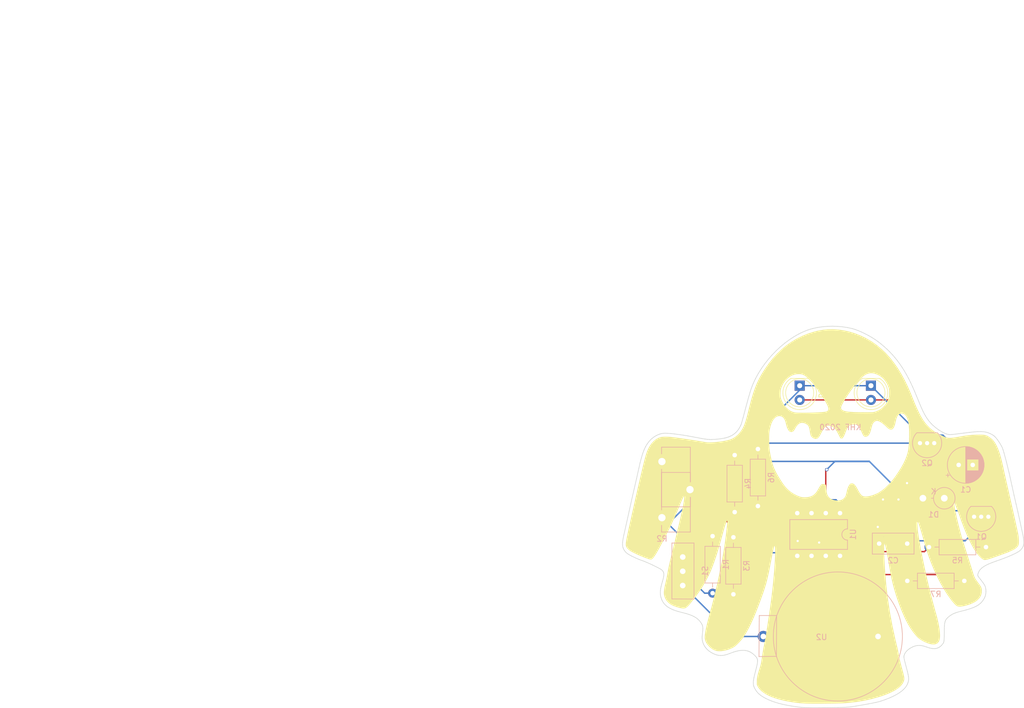
<source format=kicad_pcb>
(kicad_pcb (version 20171130) (host pcbnew "(5.1.6)-1")

  (general
    (thickness 1.6)
    (drawings 453)
    (tracks 105)
    (zones 0)
    (modules 20)
    (nets 14)
  )

  (page A4)
  (layers
    (0 F.Cu signal)
    (31 B.Cu signal)
    (32 B.Adhes user hide)
    (33 F.Adhes user hide)
    (34 B.Paste user hide)
    (35 F.Paste user hide)
    (36 B.SilkS user)
    (37 F.SilkS user hide)
    (38 B.Mask user)
    (39 F.Mask user)
    (40 Dwgs.User user)
    (41 Cmts.User user)
    (42 Eco1.User user)
    (43 Eco2.User user)
    (44 Edge.Cuts user)
    (45 Margin user)
    (46 B.CrtYd user)
    (47 F.CrtYd user)
    (48 B.Fab user)
    (49 F.Fab user)
  )

  (setup
    (last_trace_width 0.25)
    (trace_clearance 0.2)
    (zone_clearance 0.508)
    (zone_45_only no)
    (trace_min 0.2)
    (via_size 0.6)
    (via_drill 0.4)
    (via_min_size 0.4)
    (via_min_drill 0.3)
    (uvia_size 0.3)
    (uvia_drill 0.1)
    (uvias_allowed no)
    (uvia_min_size 0.2)
    (uvia_min_drill 0.1)
    (edge_width 0.15)
    (segment_width 0.2)
    (pcb_text_width 0.3)
    (pcb_text_size 1.5 1.5)
    (mod_edge_width 0.15)
    (mod_text_size 1 1)
    (mod_text_width 0.15)
    (pad_size 17.78 17.78)
    (pad_drill 0)
    (pad_to_mask_clearance 0.2)
    (aux_axis_origin 0 0)
    (visible_elements 7FFFEFFF)
    (pcbplotparams
      (layerselection 0x010f0_ffffffff)
      (usegerberextensions false)
      (usegerberattributes false)
      (usegerberadvancedattributes false)
      (creategerberjobfile false)
      (excludeedgelayer true)
      (linewidth 0.100000)
      (plotframeref false)
      (viasonmask false)
      (mode 1)
      (useauxorigin false)
      (hpglpennumber 1)
      (hpglpenspeed 20)
      (hpglpendiameter 15.000000)
      (psnegative false)
      (psa4output false)
      (plotreference true)
      (plotvalue true)
      (plotinvisibletext false)
      (padsonsilk false)
      (subtractmaskfromsilk false)
      (outputformat 1)
      (mirror false)
      (drillshape 0)
      (scaleselection 1)
      (outputdirectory "../../gerber/"))
  )

  (net 0 "")
  (net 1 "Net-(C1-Pad1)")
  (net 2 "Net-(C2-Pad1)")
  (net 3 "Net-(D1-Pad2)")
  (net 4 "Net-(D2-Pad2)")
  (net 5 "Net-(Q1-Pad2)")
  (net 6 "Net-(Q1-Pad1)")
  (net 7 "Net-(Q2-Pad1)")
  (net 8 "Net-(R7-Pad2)")
  (net 9 "Net-(R7-Pad1)")
  (net 10 +3V0)
  (net 11 GND)
  (net 12 "Net-(R1-Pad1)")
  (net 13 "Net-(S1-Pad3)")

  (net_class Default "This is the default net class."
    (clearance 0.2)
    (trace_width 0.25)
    (via_dia 0.6)
    (via_drill 0.4)
    (uvia_dia 0.3)
    (uvia_drill 0.1)
    (add_net +3V0)
    (add_net GND)
    (add_net "Net-(C1-Pad1)")
    (add_net "Net-(C2-Pad1)")
    (add_net "Net-(D1-Pad2)")
    (add_net "Net-(D2-Pad2)")
    (add_net "Net-(Q1-Pad1)")
    (add_net "Net-(Q1-Pad2)")
    (add_net "Net-(Q2-Pad1)")
    (add_net "Net-(R1-Pad1)")
    (add_net "Net-(R7-Pad1)")
    (add_net "Net-(R7-Pad2)")
    (add_net "Net-(S1-Pad3)")
  )

  (module LED_THT:LED_D5.0mm (layer F.Cu) (tedit 5995936A) (tstamp 5F050230)
    (at 152.4 67.31 270)
    (descr "LED, diameter 5.0mm, 2 pins, http://cdn-reichelt.de/documents/datenblatt/A500/LL-504BC2E-009.pdf")
    (tags "LED diameter 5.0mm 2 pins")
    (path /5EFF69A2)
    (fp_text reference D2 (at 1.27 -3.96 90) (layer F.SilkS)
      (effects (font (size 1 1) (thickness 0.15)))
    )
    (fp_text value LED (at 1.27 3.96 90) (layer F.Fab)
      (effects (font (size 1 1) (thickness 0.15)))
    )
    (fp_line (start 4.5 -3.25) (end -1.95 -3.25) (layer F.CrtYd) (width 0.05))
    (fp_line (start 4.5 3.25) (end 4.5 -3.25) (layer F.CrtYd) (width 0.05))
    (fp_line (start -1.95 3.25) (end 4.5 3.25) (layer F.CrtYd) (width 0.05))
    (fp_line (start -1.95 -3.25) (end -1.95 3.25) (layer F.CrtYd) (width 0.05))
    (fp_line (start -1.29 -1.545) (end -1.29 1.545) (layer F.SilkS) (width 0.12))
    (fp_line (start -1.23 -1.469694) (end -1.23 1.469694) (layer F.Fab) (width 0.1))
    (fp_circle (center 1.27 0) (end 3.77 0) (layer F.SilkS) (width 0.12))
    (fp_circle (center 1.27 0) (end 3.77 0) (layer F.Fab) (width 0.1))
    (fp_arc (start 1.27 0) (end -1.23 -1.469694) (angle 299.1) (layer F.Fab) (width 0.1))
    (fp_arc (start 1.27 0) (end -1.29 -1.54483) (angle 148.9) (layer F.SilkS) (width 0.12))
    (fp_arc (start 1.27 0) (end -1.29 1.54483) (angle -148.9) (layer F.SilkS) (width 0.12))
    (fp_text user %R (at 1.25 0 90) (layer F.Fab)
      (effects (font (size 0.8 0.8) (thickness 0.2)))
    )
    (pad 1 thru_hole rect (at 0 0 270) (size 1.8 1.8) (drill 0.9) (layers *.Cu *.Mask)
      (net 11 GND))
    (pad 2 thru_hole circle (at 2.54 0 270) (size 1.8 1.8) (drill 0.9) (layers *.Cu *.Mask)
      (net 4 "Net-(D2-Pad2)"))
    (model ${KISYS3DMOD}/LED_THT.3dshapes/LED_D5.0mm.wrl
      (at (xyz 0 0 0))
      (scale (xyz 1 1 1))
      (rotate (xyz 0 0 0))
    )
  )

  (module LOGO (layer F.Cu) (tedit 0) (tstamp 0)
    (at 0 0)
    (fp_text reference G*** (at 0 0) (layer F.SilkS) hide
      (effects (font (size 1.524 1.524) (thickness 0.3)))
    )
    (fp_text value LOGO (at 0.75 0) (layer F.SilkS) hide
      (effects (font (size 1.524 1.524) (thickness 0.3)))
    )
  )

  (module LOGO (layer F.Cu) (tedit 0) (tstamp 0)
    (at 0 0)
    (fp_text reference G*** (at 0 0) (layer F.SilkS) hide
      (effects (font (size 1.524 1.524) (thickness 0.3)))
    )
    (fp_text value LOGO (at 0.75 0) (layer F.SilkS) hide
      (effects (font (size 1.524 1.524) (thickness 0.3)))
    )
  )

  (module LOGO (layer F.Cu) (tedit 0) (tstamp 0)
    (at 143.51 91.44)
    (fp_text reference G*** (at 0 0) (layer F.SilkS) hide
      (effects (font (size 1.524 1.524) (thickness 0.3)))
    )
    (fp_text value LOGO (at 0.75 0) (layer F.SilkS) hide
      (effects (font (size 1.524 1.524) (thickness 0.3)))
    )
    (fp_poly (pts (xy 3.21548 -34.112511) (xy 4.179109 -33.963946) (xy 5.140196 -33.740113) (xy 6.09329 -33.442153)
      (xy 7.032939 -33.071208) (xy 7.953689 -32.62842) (xy 8.85009 -32.114931) (xy 9.204541 -31.88739)
      (xy 10.032713 -31.292692) (xy 10.82638 -30.62875) (xy 11.586364 -29.894411) (xy 12.313485 -29.088523)
      (xy 13.008563 -28.209932) (xy 13.672419 -27.257486) (xy 14.305873 -26.230032) (xy 14.909745 -25.126417)
      (xy 15.484857 -23.945489) (xy 16.032027 -22.686093) (xy 16.381945 -21.801666) (xy 16.696974 -21.014191)
      (xy 17.049738 -20.201851) (xy 17.420326 -19.409833) (xy 17.779323 -18.714866) (xy 18.146362 -18.096134)
      (xy 18.529417 -17.545208) (xy 18.936459 -17.053656) (xy 19.375464 -16.613046) (xy 19.854405 -16.21495)
      (xy 20.381255 -15.850935) (xy 20.963987 -15.512571) (xy 21.242458 -15.368488) (xy 21.553038 -15.215394)
      (xy 21.825501 -15.089222) (xy 22.071145 -14.989035) (xy 22.301269 -14.913895) (xy 22.527169 -14.862865)
      (xy 22.760145 -14.835005) (xy 23.011493 -14.82938) (xy 23.292512 -14.845051) (xy 23.6145 -14.88108)
      (xy 23.988754 -14.93653) (xy 24.426573 -15.010463) (xy 24.786167 -15.074373) (xy 25.29446 -15.162663)
      (xy 25.742097 -15.23297) (xy 26.150619 -15.287603) (xy 26.541568 -15.32887) (xy 26.936488 -15.359079)
      (xy 27.356919 -15.380538) (xy 27.770667 -15.394166) (xy 28.191227 -15.402992) (xy 28.54003 -15.403223)
      (xy 28.829778 -15.39217) (xy 29.073174 -15.367144) (xy 29.282919 -15.32546) (xy 29.471717 -15.264427)
      (xy 29.65227 -15.181359) (xy 29.837281 -15.073568) (xy 30.039452 -14.938365) (xy 30.089036 -14.903586)
      (xy 30.38146 -14.677654) (xy 30.63613 -14.434848) (xy 30.863476 -14.161341) (xy 31.073928 -13.843305)
      (xy 31.277915 -13.466913) (xy 31.450596 -13.098461) (xy 31.610804 -12.715126) (xy 31.763494 -12.301018)
      (xy 31.911131 -11.84751) (xy 32.05618 -11.345977) (xy 32.201108 -10.787791) (xy 32.348381 -10.164326)
      (xy 32.500464 -9.466957) (xy 32.532616 -9.313333) (xy 32.573698 -9.120313) (xy 32.63123 -8.856664)
      (xy 32.702558 -8.53424) (xy 32.785024 -8.164893) (xy 32.875973 -7.760477) (xy 32.972748 -7.332846)
      (xy 33.072694 -6.893853) (xy 33.168179 -6.477) (xy 33.299549 -5.904096) (xy 33.435852 -5.307443)
      (xy 33.575679 -4.69333) (xy 33.717625 -4.068046) (xy 33.860282 -3.437882) (xy 34.002243 -2.809126)
      (xy 34.142102 -2.188067) (xy 34.278452 -1.580996) (xy 34.409885 -0.9942) (xy 34.534996 -0.43397)
      (xy 34.652376 0.093405) (xy 34.76062 0.581636) (xy 34.85832 1.024433) (xy 34.944069 1.415508)
      (xy 35.016461 1.74857) (xy 35.074089 2.017331) (xy 35.115545 2.215501) (xy 35.137873 2.328334)
      (xy 35.192174 2.673049) (xy 35.230517 3.026032) (xy 35.25231 3.369954) (xy 35.256963 3.687488)
      (xy 35.243883 3.961306) (xy 35.212478 4.174081) (xy 35.20224 4.21382) (xy 35.12119 4.409868)
      (xy 34.990675 4.596687) (xy 34.805296 4.778095) (xy 34.559653 4.957906) (xy 34.248348 5.139937)
      (xy 33.865983 5.328003) (xy 33.407157 5.52592) (xy 33.263906 5.583759) (xy 33.044146 5.669308)
      (xy 32.769057 5.77317) (xy 32.451512 5.890761) (xy 32.104384 6.017496) (xy 31.740549 6.148788)
      (xy 31.372879 6.280054) (xy 31.014248 6.406709) (xy 30.677531 6.524166) (xy 30.375601 6.627842)
      (xy 30.121331 6.713151) (xy 29.927597 6.775508) (xy 29.862554 6.795163) (xy 29.596922 6.869119)
      (xy 29.393626 6.914772) (xy 29.235433 6.932754) (xy 29.105108 6.923694) (xy 28.985418 6.888223)
      (xy 28.867584 6.831565) (xy 28.70909 6.726579) (xy 28.516662 6.569228) (xy 28.306625 6.375284)
      (xy 28.095304 6.160516) (xy 27.899026 5.940693) (xy 27.746748 5.748879) (xy 27.407205 5.255614)
      (xy 27.065257 4.693974) (xy 26.719997 4.061976) (xy 26.370521 3.357636) (xy 26.015922 2.57897)
      (xy 25.655296 1.723996) (xy 25.287736 0.790729) (xy 24.912337 -0.222814) (xy 24.552081 -1.248833)
      (xy 24.460109 -1.509177) (xy 24.357033 -1.788202) (xy 24.255034 -2.053616) (xy 24.166295 -2.273124)
      (xy 24.160853 -2.286035) (xy 24.075786 -2.49408) (xy 23.995884 -2.701719) (xy 23.931924 -2.880319)
      (xy 23.902681 -2.971797) (xy 23.84912 -3.13151) (xy 23.803736 -3.219974) (xy 23.770025 -3.23407)
      (xy 23.751487 -3.17068) (xy 23.749 -3.108848) (xy 23.761087 -2.894577) (xy 23.79665 -2.604454)
      (xy 23.854642 -2.24366) (xy 23.934016 -1.817382) (xy 24.033727 -1.330803) (xy 24.152726 -0.789107)
      (xy 24.289967 -0.197478) (xy 24.444405 0.438899) (xy 24.551928 0.867834) (xy 24.659341 1.288887)
      (xy 24.75815 1.670005) (xy 24.851771 2.022836) (xy 24.94362 2.359033) (xy 25.037112 2.690247)
      (xy 25.135662 3.028128) (xy 25.242688 3.384327) (xy 25.361603 3.770495) (xy 25.495824 4.198282)
      (xy 25.648767 4.679341) (xy 25.823847 5.225322) (xy 25.886077 5.418667) (xy 26.129867 6.176748)
      (xy 26.347616 6.856334) (xy 26.539915 7.459301) (xy 26.707357 7.987523) (xy 26.850533 8.442873)
      (xy 26.970036 8.827227) (xy 27.066457 9.142459) (xy 27.136403 9.376834) (xy 27.253827 9.733625)
      (xy 27.389824 10.053901) (xy 27.55684 10.361011) (xy 27.767321 10.678309) (xy 27.982536 10.964334)
      (xy 28.203304 11.255052) (xy 28.371086 11.49973) (xy 28.492738 11.712224) (xy 28.575116 11.90639)
      (xy 28.625076 12.096082) (xy 28.649475 12.295155) (xy 28.650688 12.314647) (xy 28.635999 12.739216)
      (xy 28.541855 13.136404) (xy 28.369205 13.505359) (xy 28.118997 13.845228) (xy 27.792181 14.15516)
      (xy 27.389704 14.434303) (xy 26.912515 14.681805) (xy 26.361563 14.896814) (xy 25.737795 15.078477)
      (xy 25.515141 15.131186) (xy 25.124103 15.206526) (xy 24.799423 15.241188) (xy 24.533284 15.235321)
      (xy 24.31787 15.189071) (xy 24.235936 15.155383) (xy 24.075137 15.049361) (xy 23.875769 14.868415)
      (xy 23.638117 14.612848) (xy 23.362465 14.28296) (xy 23.11802 13.97) (xy 22.470638 13.06685)
      (xy 21.844449 12.084013) (xy 21.240884 11.024131) (xy 20.661373 9.889844) (xy 20.107347 8.683794)
      (xy 19.622989 7.517183) (xy 19.488112 7.171873) (xy 19.361778 6.83835) (xy 19.24087 6.506998)
      (xy 19.122273 6.168203) (xy 19.002872 5.812349) (xy 18.879551 5.429821) (xy 18.749195 5.011004)
      (xy 18.608687 4.546284) (xy 18.454914 4.026045) (xy 18.284759 3.440672) (xy 18.147447 2.963334)
      (xy 17.975451 2.367114) (xy 17.823719 1.849462) (xy 17.691137 1.407019) (xy 17.576592 1.03643)
      (xy 17.478971 0.734338) (xy 17.397161 0.497386) (xy 17.330047 0.322217) (xy 17.276518 0.205474)
      (xy 17.235458 0.143802) (xy 17.2085 0.132511) (xy 17.187005 0.182007) (xy 17.174263 0.302406)
      (xy 17.169815 0.480447) (xy 17.173205 0.702867) (xy 17.183973 0.956407) (xy 17.201664 1.227804)
      (xy 17.225819 1.503797) (xy 17.255979 1.771125) (xy 17.268216 1.862667) (xy 17.368079 2.535353)
      (xy 17.488749 3.278648) (xy 17.628054 4.081673) (xy 17.783819 4.933551) (xy 17.953871 5.8234)
      (xy 18.136036 6.740344) (xy 18.328141 7.673503) (xy 18.528013 8.611998) (xy 18.733476 9.54495)
      (xy 18.942359 10.461482) (xy 19.152486 11.350713) (xy 19.217873 11.6205) (xy 19.326201 12.060006)
      (xy 19.44499 12.533704) (xy 19.571097 13.029626) (xy 19.701374 13.535804) (xy 19.832677 14.040269)
      (xy 19.961861 14.531054) (xy 20.085779 14.996189) (xy 20.201288 15.423708) (xy 20.30524 15.801641)
      (xy 20.394492 16.118021) (xy 20.448435 16.302832) (xy 20.626608 16.933579) (xy 20.783504 17.555891)
      (xy 20.917691 18.160802) (xy 21.027741 18.739343) (xy 21.112223 19.28255) (xy 21.169706 19.781453)
      (xy 21.19876 20.227088) (xy 21.197954 20.610487) (xy 21.17558 20.861256) (xy 21.097074 21.216282)
      (xy 20.97087 21.501823) (xy 20.795359 21.719414) (xy 20.568932 21.870594) (xy 20.28998 21.956899)
      (xy 20.00413 21.980408) (xy 19.686794 21.952014) (xy 19.325275 21.871394) (xy 18.936049 21.745384)
      (xy 18.535595 21.580825) (xy 18.140388 21.384555) (xy 17.766907 21.163412) (xy 17.431628 20.924235)
      (xy 17.401676 20.90027) (xy 17.140644 20.662818) (xy 16.856757 20.357051) (xy 16.557967 19.993514)
      (xy 16.252227 19.582755) (xy 15.947489 19.13532) (xy 15.651705 18.661757) (xy 15.447986 18.309167)
      (xy 15.140469 17.726617) (xy 14.827004 17.073224) (xy 14.512531 16.362105) (xy 14.201991 15.60638)
      (xy 13.900327 14.819168) (xy 13.612479 14.013588) (xy 13.343387 13.20276) (xy 13.097994 12.399801)
      (xy 12.88124 11.617833) (xy 12.785314 11.2395) (xy 12.711285 10.932071) (xy 12.640578 10.62627)
      (xy 12.571373 10.312808) (xy 12.501848 9.982396) (xy 12.430182 9.625741) (xy 12.354556 9.233556)
      (xy 12.273147 8.796549) (xy 12.184135 8.30543) (xy 12.085699 7.75091) (xy 11.97602 7.123697)
      (xy 11.955603 7.006167) (xy 11.850283 6.405153) (xy 11.756633 5.883808) (xy 11.673717 5.438079)
      (xy 11.600604 5.063912) (xy 11.53636 4.757253) (xy 11.480052 4.514047) (xy 11.430746 4.33024)
      (xy 11.38751 4.20178) (xy 11.34941 4.124611) (xy 11.315513 4.09468) (xy 11.287752 4.104856)
      (xy 11.266029 4.171126) (xy 11.250561 4.31613) (xy 11.2412 4.534177) (xy 11.237801 4.819578)
      (xy 11.240218 5.166642) (xy 11.248304 5.569679) (xy 11.261913 6.022998) (xy 11.2809 6.520909)
      (xy 11.305117 7.057722) (xy 11.334418 7.627747) (xy 11.368659 8.225293) (xy 11.407691 8.84467)
      (xy 11.410685 8.89) (xy 11.612019 11.30884) (xy 11.895797 13.737502) (xy 12.261176 16.170593)
      (xy 12.707311 18.60272) (xy 13.233358 21.028489) (xy 13.454611 21.949834) (xy 13.539863 22.298924)
      (xy 13.611918 22.60335) (xy 13.674927 22.883027) (xy 13.73304 23.157877) (xy 13.790405 23.447815)
      (xy 13.851172 23.772761) (xy 13.919491 24.152634) (xy 13.9529 24.341667) (xy 13.982828 24.48866)
      (xy 14.031859 24.702262) (xy 14.096287 24.967543) (xy 14.172407 25.269575) (xy 14.256513 25.59343)
      (xy 14.3449 25.924179) (xy 14.354181 25.958342) (xy 14.479667 26.422158) (xy 14.583395 26.812658)
      (xy 14.666998 27.137896) (xy 14.732108 27.405928) (xy 14.780358 27.624807) (xy 14.813381 27.802589)
      (xy 14.832811 27.94733) (xy 14.840278 28.067082) (xy 14.837418 28.169902) (xy 14.825862 28.263845)
      (xy 14.823883 28.275391) (xy 14.718569 28.631305) (xy 14.530063 28.97958) (xy 14.259566 29.319396)
      (xy 13.908275 29.649938) (xy 13.477392 29.970388) (xy 12.968114 30.279928) (xy 12.381643 30.577743)
      (xy 11.719177 30.863014) (xy 10.981916 31.134924) (xy 10.308167 31.351657) (xy 8.989053 31.715696)
      (xy 7.668129 32.008741) (xy 6.330263 32.233432) (xy 4.960329 32.392408) (xy 3.894667 32.470555)
      (xy 3.660202 32.48106) (xy 3.351677 32.490823) (xy 2.979692 32.499777) (xy 2.554851 32.507855)
      (xy 2.087757 32.514988) (xy 1.589012 32.521108) (xy 1.069218 32.526149) (xy 0.538978 32.530042)
      (xy 0.008896 32.53272) (xy -0.510428 32.534114) (xy -1.008389 32.534157) (xy -1.474386 32.532781)
      (xy -1.897815 32.529919) (xy -2.268075 32.525502) (xy -2.574562 32.519463) (xy -2.772833 32.513174)
      (xy -3.549575 32.465177) (xy -4.347733 32.38449) (xy -5.152295 32.273977) (xy -5.948245 32.136501)
      (xy -6.720568 31.974925) (xy -7.454249 31.792115) (xy -8.134275 31.590932) (xy -8.74563 31.374242)
      (xy -8.746874 31.373756) (xy -9.309366 31.13025) (xy -9.818858 30.861557) (xy -10.269529 30.572017)
      (xy -10.655555 30.265973) (xy -10.971112 29.947766) (xy -11.210378 29.621736) (xy -11.289284 29.478344)
      (xy -11.451166 29.150706) (xy -11.449446 28.577103) (xy -11.443365 28.324755) (xy -11.424813 28.08122)
      (xy -11.39098 27.833058) (xy -11.339056 27.566827) (xy -11.266231 27.269086) (xy -11.169694 26.926393)
      (xy -11.046634 26.525307) (xy -10.970765 26.28777) (xy -10.88928 26.02944) (xy -10.821387 25.797945)
      (xy -10.763634 25.576949) (xy -10.712568 25.350116) (xy -10.664738 25.101109) (xy -10.616691 24.813591)
      (xy -10.564974 24.471227) (xy -10.519244 24.151167) (xy -10.414722 23.46) (xy -10.293438 22.758582)
      (xy -10.150143 22.017159) (xy -10.097275 21.759334) (xy -10.027725 21.407394) (xy -9.948878 20.976466)
      (xy -9.860642 20.465959) (xy -9.762923 19.875284) (xy -9.655627 19.203851) (xy -9.538663 18.451069)
      (xy -9.411935 17.61635) (xy -9.27535 16.699104) (xy -9.128816 15.69874) (xy -9.035789 15.056353)
      (xy -8.948978 14.433099) (xy -8.864505 13.785031) (xy -8.78281 13.117974) (xy -8.704337 12.437751)
      (xy -8.629529 11.750188) (xy -8.558827 11.061108) (xy -8.492676 10.376337) (xy -8.431517 9.701699)
      (xy -8.375793 9.043018) (xy -8.325947 8.406119) (xy -8.282422 7.796827) (xy -8.24566 7.220965)
      (xy -8.216103 6.684359) (xy -8.194195 6.192833) (xy -8.180379 5.752211) (xy -8.175096 5.368319)
      (xy -8.17879 5.04698) (xy -8.191904 4.794019) (xy -8.214879 4.615261) (xy -8.236433 4.53889)
      (xy -8.28326 4.443916) (xy -8.316964 4.422094) (xy -8.337231 4.445) (xy -8.363352 4.512146)
      (xy -8.397922 4.635062) (xy -8.441786 4.817716) (xy -8.495786 5.064073) (xy -8.560765 5.378102)
      (xy -8.637565 5.763769) (xy -8.727029 6.225041) (xy -8.827408 6.752167) (xy -8.970211 7.500461)
      (xy -9.101922 8.174259) (xy -9.224829 8.78267) (xy -9.341222 9.3348) (xy -9.453389 9.839757)
      (xy -9.563618 10.306648) (xy -9.674197 10.744581) (xy -9.787416 11.162664) (xy -9.905563 11.570003)
      (xy -10.030925 11.975706) (xy -10.165792 12.38888) (xy -10.312453 12.818633) (xy -10.449606 13.208)
      (xy -10.833117 14.266199) (xy -11.201282 15.24491) (xy -11.555695 16.147599) (xy -11.897949 16.977733)
      (xy -12.229638 17.738779) (xy -12.552355 18.434204) (xy -12.867695 19.067473) (xy -13.177251 19.642054)
      (xy -13.482617 20.161413) (xy -13.785386 20.629017) (xy -14.00137 20.933834) (xy -14.159384 21.133832)
      (xy -14.353929 21.357858) (xy -14.57197 21.592931) (xy -14.80047 21.826068) (xy -15.026392 22.044288)
      (xy -15.236701 22.23461) (xy -15.418359 22.38405) (xy -15.547301 22.473288) (xy -15.947085 22.681378)
      (xy -16.38034 22.858662) (xy -16.831502 23.001791) (xy -17.285001 23.107418) (xy -17.725272 23.172195)
      (xy -18.136747 23.192775) (xy -18.503859 23.16581) (xy -18.643038 23.139038) (xy -19.007418 23.022289)
      (xy -19.346623 22.846445) (xy -19.675905 22.602479) (xy -19.899453 22.395535) (xy -20.210032 22.054357)
      (xy -20.44372 21.722499) (xy -20.605966 21.389559) (xy -20.702217 21.045136) (xy -20.732327 20.805194)
      (xy -20.732239 20.551166) (xy -20.701924 20.219747) (xy -20.64171 19.812511) (xy -20.551922 19.331027)
      (xy -20.432887 18.776869) (xy -20.284931 18.151607) (xy -20.108381 17.456815) (xy -19.903562 16.694062)
      (xy -19.805505 16.340667) (xy -19.524667 15.310735) (xy -19.246518 14.238373) (xy -18.973176 13.133846)
      (xy -18.70676 12.007421) (xy -18.449392 10.869364) (xy -18.203189 9.729941) (xy -17.970271 8.599419)
      (xy -17.752758 7.488062) (xy -17.552768 6.406138) (xy -17.372422 5.363913) (xy -17.213838 4.371652)
      (xy -17.079136 3.439622) (xy -16.999826 2.815167) (xy 11.133667 2.815167) (xy 11.154834 2.836334)
      (xy 11.176 2.815167) (xy 11.154834 2.794) (xy 11.133667 2.815167) (xy -16.999826 2.815167)
      (xy -16.978319 2.645834) (xy -16.946192 2.371864) (xy -16.907457 2.041429) (xy -16.865351 1.682153)
      (xy -16.823112 1.321665) (xy -16.783978 0.987589) (xy -16.783237 0.981261) (xy -16.744566 0.640444)
      (xy -16.717795 0.375868) (xy -16.702753 0.179972) (xy -16.699271 0.045193) (xy -16.707177 -0.03603)
      (xy -16.726304 -0.071258) (xy -16.75648 -0.068053) (xy -16.759708 -0.066152) (xy -16.804015 -0.00414)
      (xy -16.866328 0.135895) (xy -16.945276 0.349555) (xy -17.039486 0.632443) (xy -17.147588 0.980162)
      (xy -17.268208 1.388317) (xy -17.399975 1.852509) (xy -17.541517 2.368341) (xy -17.672016 2.8575)
      (xy -17.873117 3.598805) (xy -18.086742 4.345818) (xy -18.309695 5.089097) (xy -18.538783 5.819201)
      (xy -18.770811 6.526689) (xy -19.002587 7.202119) (xy -19.230915 7.836049) (xy -19.452602 8.419038)
      (xy -19.664454 8.941646) (xy -19.863277 9.394429) (xy -19.934726 9.546167) (xy -20.480402 10.600822)
      (xy -21.103779 11.661545) (xy -21.799184 12.719687) (xy -22.560941 13.766594) (xy -23.35345 14.757888)
      (xy -23.598372 15.041147) (xy -23.810806 15.258671) (xy -24.004603 15.415582) (xy -24.193614 15.517005)
      (xy -24.391692 15.568063) (xy -24.612687 15.57388) (xy -24.870451 15.539579) (xy -25.178836 15.470284)
      (xy -25.238389 15.45511) (xy -25.723552 15.319113) (xy -26.135901 15.178337) (xy -26.487286 15.027025)
      (xy -26.789553 14.859421) (xy -27.054551 14.669772) (xy -27.28621 14.460293) (xy -27.485984 14.241256)
      (xy -27.640485 14.023176) (xy -27.762856 13.798287) (xy -27.861992 13.57722) (xy -27.936368 13.360935)
      (xy -27.985802 13.139152) (xy -28.010113 12.90159) (xy -28.009119 12.637968) (xy -27.982639 12.338007)
      (xy -27.930492 11.991426) (xy -27.852495 11.587943) (xy -27.748468 11.11728) (xy -27.712836 10.964334)
      (xy -27.64562 10.67049) (xy -27.577732 10.359747) (xy -27.514855 10.059074) (xy -27.46267 9.795442)
      (xy -27.43635 9.652) (xy -27.393385 9.406149) (xy -27.34835 9.148987) (xy -27.307144 8.914185)
      (xy -27.280539 8.763) (xy -27.241003 8.555834) (xy -27.183332 8.280235) (xy -27.107154 7.934605)
      (xy -27.012092 7.517343) (xy -26.897774 7.026851) (xy -26.763824 6.461528) (xy -26.609869 5.819777)
      (xy -26.435533 5.099997) (xy -26.240443 4.300589) (xy -26.146122 3.915834) (xy -25.904856 2.930108)
      (xy -25.684349 2.023095) (xy -25.483914 1.191606) (xy -25.302863 0.432448) (xy -25.140507 -0.25757)
      (xy -24.99616 -0.881639) (xy -24.869133 -1.44295) (xy -24.758738 -1.944695) (xy -24.664287 -2.390064)
      (xy -24.585093 -2.78225) (xy -24.520468 -3.124443) (xy -24.469724 -3.419835) (xy -24.432173 -3.671617)
      (xy -24.407127 -3.88298) (xy -24.393899 -4.057115) (xy -24.3918 -4.197214) (xy -24.39258 -4.219738)
      (xy -24.405166 -4.5085) (xy -24.622462 -4.085166) (xy -24.70877 -3.907301) (xy -24.815734 -3.671908)
      (xy -24.933927 -3.400602) (xy -25.053918 -3.114996) (xy -25.158064 -2.8575) (xy -25.578535 -1.831493)
      (xy -26.049204 -0.750398) (xy -26.565576 0.376247) (xy -27.123154 1.538902) (xy -27.717441 2.728027)
      (xy -28.343941 3.934083) (xy -28.480451 4.191) (xy -28.774895 4.737263) (xy -29.036979 5.210558)
      (xy -29.269538 5.614922) (xy -29.475406 5.954392) (xy -29.657418 6.233004) (xy -29.818409 6.454796)
      (xy -29.961213 6.623805) (xy -30.088666 6.744067) (xy -30.203603 6.819619) (xy -30.308857 6.854498)
      (xy -30.353283 6.858) (xy -30.466285 6.840725) (xy -30.645223 6.791725) (xy -30.879386 6.715242)
      (xy -31.158062 6.615516) (xy -31.470538 6.496788) (xy -31.806104 6.363298) (xy -32.154046 6.219287)
      (xy -32.503653 6.068996) (xy -32.844214 5.916665) (xy -33.165016 5.766536) (xy -33.391857 5.655089)
      (xy -33.798766 5.43567) (xy -34.127896 5.225165) (xy -34.384999 5.018645) (xy -34.575823 4.811181)
      (xy -34.706117 4.597844) (xy -34.748952 4.4916) (xy -34.771502 4.416115) (xy -34.788092 4.334236)
      (xy -34.797828 4.240734) (xy -34.799818 4.130383) (xy -34.793168 3.997954) (xy -34.776986 3.838219)
      (xy -34.750379 3.64595) (xy -34.712454 3.415921) (xy -34.662318 3.142903) (xy -34.599078 2.821668)
      (xy -34.52184 2.446988) (xy -34.429713 2.013637) (xy -34.321803 1.516385) (xy -34.197217 0.950006)
      (xy -34.055063 0.309271) (xy -33.967294 -0.084666) (xy -33.70739 -1.24864) (xy -33.464579 -2.333288)
      (xy -33.238057 -3.342037) (xy -33.02702 -4.278316) (xy -32.830664 -5.145553) (xy -32.648184 -5.947174)
      (xy -32.478778 -6.686607) (xy -32.321641 -7.367282) (xy -32.175969 -7.992624) (xy -32.040958 -8.566061)
      (xy -31.915805 -9.091023) (xy -31.799704 -9.570935) (xy -31.691854 -10.009226) (xy -31.591448 -10.409324)
      (xy -31.497685 -10.774655) (xy -31.409759 -11.108649) (xy -31.326866 -11.414732) (xy -31.248203 -11.696333)
      (xy -31.223994 -11.781135) (xy -31.01452 -12.405681) (xy -30.762257 -12.973268) (xy -30.470198 -13.480296)
      (xy -30.141335 -13.923167) (xy -29.778662 -14.298281) (xy -29.385172 -14.602041) (xy -28.963856 -14.830846)
      (xy -28.575 -14.966664) (xy -28.365634 -15.004721) (xy -28.089419 -15.028806) (xy -27.76304 -15.038724)
      (xy -27.403186 -15.034284) (xy -27.026545 -15.015291) (xy -26.712333 -14.988252) (xy -26.423979 -14.955758)
      (xy -26.064074 -14.910896) (xy -25.644545 -14.855432) (xy -25.177318 -14.791135) (xy -24.674321 -14.719771)
      (xy -24.147482 -14.643108) (xy -23.608726 -14.562914) (xy -23.069982 -14.480955) (xy -22.543175 -14.398999)
      (xy -22.040234 -14.318813) (xy -21.573085 -14.242165) (xy -21.153656 -14.170821) (xy -20.933833 -14.132009)
      (xy -20.658057 -14.083704) (xy -20.440649 -14.049998) (xy -20.256929 -14.029012) (xy -20.082218 -14.018869)
      (xy -19.891836 -14.01769) (xy -19.661103 -14.023596) (xy -19.558 -14.027296) (xy -19.076252 -14.054242)
      (xy -18.575565 -14.098588) (xy -18.071314 -14.157923) (xy -17.578874 -14.229835) (xy -17.113619 -14.311913)
      (xy -16.690922 -14.401746) (xy -16.560924 -14.435666) (xy -9.248611 -14.435666) (xy -9.246405 -14.001881)
      (xy -9.239555 -13.633716) (xy -9.226275 -13.312173) (xy -9.204779 -13.018252) (xy -9.173281 -12.732956)
      (xy -9.129995 -12.437287) (xy -9.073136 -12.112246) (xy -9.000918 -11.738834) (xy -8.989958 -11.684)
      (xy -8.868905 -11.10995) (xy -8.747261 -10.603305) (xy -8.618433 -10.147016) (xy -8.475825 -9.724034)
      (xy -8.312843 -9.317311) (xy -8.122893 -8.909798) (xy -7.899379 -8.484447) (xy -7.635706 -8.024208)
      (xy -7.463094 -7.73673) (xy -7.208865 -7.324406) (xy -6.985275 -6.975099) (xy -6.783678 -6.676828)
      (xy -6.595425 -6.417611) (xy -6.41187 -6.185466) (xy -6.224364 -5.96841) (xy -6.056996 -5.788474)
      (xy -5.699701 -5.447679) (xy -5.315646 -5.147901) (xy -4.885166 -4.875241) (xy -4.418079 -4.630019)
      (xy -4.063216 -4.469079) (xy -3.751699 -4.355044) (xy -3.460227 -4.282601) (xy -3.165498 -4.246439)
      (xy -2.844211 -4.241246) (xy -2.7305 -4.245326) (xy -2.298435 -4.286042) (xy -1.921023 -4.369955)
      (xy -1.588736 -4.503587) (xy -1.292044 -4.693463) (xy -1.021419 -4.946105) (xy -0.76733 -5.268037)
      (xy -0.520249 -5.665782) (xy -0.439056 -5.81398) (xy -0.328107 -6.011874) (xy -0.214101 -6.198081)
      (xy -0.111061 -6.350625) (xy -0.038305 -6.442025) (xy 0.056489 -6.535339) (xy 0.137787 -6.583658)
      (xy 0.241188 -6.601628) (xy 0.355381 -6.604) (xy 0.567892 -6.584426) (xy 0.735451 -6.529723)
      (xy 0.842561 -6.445916) (xy 0.864909 -6.405856) (xy 0.877716 -6.337992) (xy 0.893102 -6.203292)
      (xy 0.909368 -6.019478) (xy 0.924816 -5.804273) (xy 0.928959 -5.737541) (xy 0.96883 -5.313642)
      (xy 1.035919 -4.960076) (xy 1.134521 -4.665673) (xy 1.268933 -4.41926) (xy 1.443451 -4.209668)
      (xy 1.55555 -4.108137) (xy 1.853714 -3.912118) (xy 2.20044 -3.769033) (xy 2.575678 -3.68221)
      (xy 2.959376 -3.654978) (xy 3.331483 -3.690666) (xy 3.608707 -3.767264) (xy 3.862952 -3.897626)
      (xy 4.092239 -4.081122) (xy 4.274263 -4.297404) (xy 4.359313 -4.452011) (xy 4.406296 -4.583613)
      (xy 4.461186 -4.771932) (xy 4.516702 -4.990391) (xy 4.559685 -5.183507) (xy 4.650576 -5.572015)
      (xy 4.751223 -5.894132) (xy 4.868203 -6.168077) (xy 4.99709 -6.395071) (xy 5.136968 -6.578996)
      (xy 5.27652 -6.687718) (xy 5.427596 -6.729819) (xy 5.46087 -6.731) (xy 5.642152 -6.704903)
      (xy 5.816054 -6.623089) (xy 5.987696 -6.480277) (xy 6.162194 -6.271182) (xy 6.344664 -5.990522)
      (xy 6.540224 -5.633014) (xy 6.557889 -5.59837) (xy 6.752884 -5.236786) (xy 6.934507 -4.949715)
      (xy 7.108841 -4.729272) (xy 7.28197 -4.567569) (xy 7.424735 -4.474642) (xy 7.630653 -4.405157)
      (xy 7.896076 -4.379419) (xy 8.209651 -4.39484) (xy 8.56002 -4.448829) (xy 8.935831 -4.538796)
      (xy 9.325727 -4.662153) (xy 9.718353 -4.816308) (xy 10.102355 -4.998673) (xy 10.366367 -5.145541)
      (xy 10.912014 -5.510527) (xy 11.45862 -5.955788) (xy 12.001906 -6.477094) (xy 12.53759 -7.070214)
      (xy 13.06139 -7.73092) (xy 13.261113 -8.005419) (xy 13.806517 -8.805167) (xy 14.278847 -9.566483)
      (xy 14.677885 -10.288936) (xy 15.003416 -10.972096) (xy 15.255222 -11.61553) (xy 15.433086 -12.218808)
      (xy 15.474394 -12.40352) (xy 15.540123 -12.786655) (xy 15.594588 -13.232013) (xy 15.637615 -13.725255)
      (xy 15.669033 -14.252044) (xy 15.688669 -14.798044) (xy 15.69635 -15.348917) (xy 15.691903 -15.890326)
      (xy 15.675157 -16.407934) (xy 15.645939 -16.887403) (xy 15.604076 -17.314398) (xy 15.549395 -17.674579)
      (xy 15.538491 -17.729692) (xy 15.434781 -18.115874) (xy 15.296471 -18.449874) (xy 15.128701 -18.727085)
      (xy 14.93661 -18.942903) (xy 14.725336 -19.092722) (xy 14.500019 -19.171935) (xy 14.265798 -19.175938)
      (xy 14.027811 -19.100124) (xy 14.015972 -19.094189) (xy 13.845626 -18.983618) (xy 13.701404 -18.834422)
      (xy 13.578394 -18.637166) (xy 13.471682 -18.382417) (xy 13.376356 -18.06074) (xy 13.29821 -17.715911)
      (xy 13.199827 -17.293853) (xy 13.092088 -16.952098) (xy 12.97246 -16.686558) (xy 12.838405 -16.493147)
      (xy 12.687388 -16.367775) (xy 12.516873 -16.306355) (xy 12.418888 -16.298333) (xy 12.274432 -16.320654)
      (xy 12.117254 -16.391699) (xy 11.938067 -16.517593) (xy 11.727582 -16.704463) (xy 11.578167 -16.852731)
      (xy 11.313415 -17.105265) (xy 11.038757 -17.334229) (xy 10.765846 -17.532143) (xy 10.506337 -17.691527)
      (xy 10.271884 -17.8049) (xy 10.074142 -17.864782) (xy 9.989741 -17.872298) (xy 9.751687 -17.827822)
      (xy 9.531297 -17.704806) (xy 9.335923 -17.508746) (xy 9.186074 -17.271492) (xy 9.144392 -17.166555)
      (xy 9.092049 -17.000497) (xy 9.035398 -16.795136) (xy 8.980792 -16.572291) (xy 8.974764 -16.545792)
      (xy 8.87173 -16.148525) (xy 8.754967 -15.804683) (xy 8.628593 -15.524943) (xy 8.506765 -15.332587)
      (xy 8.353902 -15.185499) (xy 8.171215 -15.083634) (xy 7.979531 -15.032953) (xy 7.79968 -15.039417)
      (xy 7.672394 -15.093785) (xy 7.582073 -15.181819) (xy 7.483024 -15.328323) (xy 7.3713 -15.540281)
      (xy 7.242954 -15.824676) (xy 7.195083 -15.9385) (xy 7.031127 -16.313421) (xy 6.877748 -16.612863)
      (xy 6.726624 -16.843874) (xy 6.569435 -17.013508) (xy 6.397863 -17.128813) (xy 6.203588 -17.196842)
      (xy 5.978289 -17.224645) (xy 5.713647 -17.219274) (xy 5.686171 -17.217295) (xy 5.416906 -17.175463)
      (xy 5.185168 -17.089076) (xy 4.983717 -16.9509) (xy 4.805316 -16.7537) (xy 4.642727 -16.490243)
      (xy 4.488712 -16.153294) (xy 4.406655 -15.9385) (xy 4.257166 -15.546577) (xy 4.12075 -15.233726)
      (xy 3.994866 -14.995808) (xy 3.87697 -14.828679) (xy 3.76452 -14.728201) (xy 3.654972 -14.69023)
      (xy 3.639786 -14.689666) (xy 3.578593 -14.696259) (xy 3.522437 -14.722493) (xy 3.464339 -14.778057)
      (xy 3.397318 -14.872638) (xy 3.314394 -15.015923) (xy 3.208586 -15.217598) (xy 3.090704 -15.451666)
      (xy 2.898381 -15.820377) (xy 2.721979 -16.118737) (xy 2.552556 -16.357329) (xy 2.38117 -16.546737)
      (xy 2.198883 -16.697544) (xy 1.996752 -16.820334) (xy 1.890737 -16.872118) (xy 1.587744 -16.978025)
      (xy 1.308214 -17.009115) (xy 1.058648 -16.964726) (xy 1.042218 -16.958679) (xy 0.883441 -16.881055)
      (xy 0.733997 -16.769035) (xy 0.587156 -16.614065) (xy 0.436189 -16.407593) (xy 0.274367 -16.141066)
      (xy 0.094959 -15.805932) (xy 0.023025 -15.663333) (xy -0.15552 -15.326451) (xy -0.319972 -15.065252)
      (xy -0.476644 -14.873245) (xy -0.631847 -14.743943) (xy -0.791894 -14.670856) (xy -0.963097 -14.647496)
      (xy -0.965185 -14.647491) (xy -1.185135 -14.684974) (xy -1.407752 -14.787415) (xy -1.60952 -14.939258)
      (xy -1.766927 -15.124945) (xy -1.814098 -15.209168) (xy -1.848024 -15.286198) (xy -1.877713 -15.370346)
      (xy -1.906075 -15.474777) (xy -1.936018 -15.612654) (xy -1.970454 -15.797144) (xy -2.01229 -16.041411)
      (xy -2.054045 -16.294849) (xy -2.120298 -16.610223) (xy -2.210969 -16.85779) (xy -2.337526 -17.053413)
      (xy -2.511433 -17.212957) (xy -2.744156 -17.352284) (xy -2.8575 -17.40646) (xy -3.091486 -17.479501)
      (xy -3.349566 -17.506274) (xy -3.601237 -17.486645) (xy -3.815999 -17.420479) (xy -3.835264 -17.410774)
      (xy -4.00557 -17.29242) (xy -4.18745 -17.119307) (xy -4.36001 -16.914868) (xy -4.502355 -16.702538)
      (xy -4.553599 -16.605151) (xy -4.695219 -16.335712) (xy -4.836804 -16.12514) (xy -4.971468 -15.982916)
      (xy -5.03756 -15.938555) (xy -5.241937 -15.872796) (xy -5.437609 -15.888747) (xy -5.622159 -15.983685)
      (xy -5.793169 -16.154889) (xy -5.948222 -16.399635) (xy -6.084903 -16.715202) (xy -6.200793 -17.098865)
      (xy -6.247238 -17.301199) (xy -6.356231 -17.723917) (xy -6.491063 -18.068077) (xy -6.654094 -18.336468)
      (xy -6.847686 -18.531879) (xy -7.074201 -18.657099) (xy -7.336001 -18.714918) (xy -7.448455 -18.7198)
      (xy -7.729744 -18.678489) (xy -7.99689 -18.557281) (xy -8.246485 -18.360263) (xy -8.475121 -18.09152)
      (xy -8.679389 -17.755138) (xy -8.855882 -17.355205) (xy -9.001192 -16.895806) (xy -9.015285 -16.841185)
      (xy -9.081165 -16.571546) (xy -9.133602 -16.331439) (xy -9.174072 -16.105666) (xy -9.204049 -15.879028)
      (xy -9.225006 -15.636325) (xy -9.238419 -15.362359) (xy -9.245761 -15.041932) (xy -9.248506 -14.659843)
      (xy -9.248611 -14.435666) (xy -16.560924 -14.435666) (xy -16.326159 -14.496922) (xy -16.103037 -14.569206)
      (xy -15.656095 -14.773505) (xy -15.226055 -15.053107) (xy -14.82242 -15.398971) (xy -14.454692 -15.802057)
      (xy -14.132376 -16.253324) (xy -13.905054 -16.660209) (xy -13.787513 -16.912261) (xy -13.674762 -17.183871)
      (xy -13.563879 -17.484278) (xy -13.451942 -17.822721) (xy -13.336031 -18.208438) (xy -13.213222 -18.65067)
      (xy -13.080595 -19.158655) (xy -12.951153 -19.676715) (xy -12.740796 -20.516031) (xy -12.539942 -21.280047)
      (xy -12.345289 -21.977154) (xy -12.198242 -22.466865) (xy -7.231299 -22.466865) (xy -7.20795 -22.169152)
      (xy -7.152462 -21.895446) (xy -7.058972 -21.616667) (xy -6.924235 -21.309253) (xy -6.776171 -21.014095)
      (xy -6.632398 -20.770985) (xy -6.473292 -20.550753) (xy -6.279227 -20.32423) (xy -6.214026 -20.253644)
      (xy -5.875012 -19.938236) (xy -5.507614 -19.682091) (xy -5.124414 -19.492072) (xy -4.737997 -19.375044)
      (xy -4.550833 -19.346379) (xy -4.36466 -19.333183) (xy -4.1069 -19.323126) (xy -3.790578 -19.316208)
      (xy -3.428716 -19.312427) (xy -3.034336 -19.31178) (xy -2.620462 -19.314267) (xy -2.200116 -19.319886)
      (xy -1.786322 -19.328637) (xy -1.3921 -19.340516) (xy -1.227666 -19.346755) (xy -0.710197 -19.370143)
      (xy -0.250403 -19.39573) (xy 0.146561 -19.423105) (xy 0.475541 -19.451858) (xy 0.73138 -19.48158)
      (xy 0.908923 -19.511861) (xy 0.938826 -19.51904) (xy 1.078809 -19.584367) (xy 1.20334 -19.689087)
      (xy 1.208452 -19.695039) (xy 1.275472 -19.803421) (xy 1.307857 -19.933486) (xy 1.303512 -20.090819)
      (xy 1.26572 -20.257305) (xy 3.568544 -20.257305) (xy 3.576829 -20.086057) (xy 3.641103 -19.937742)
      (xy 3.764997 -19.810994) (xy 3.952139 -19.704449) (xy 4.206159 -19.616742) (xy 4.530688 -19.54651)
      (xy 4.929353 -19.492387) (xy 5.405785 -19.453008) (xy 5.756303 -19.434782) (xy 6.071411 -19.42334)
      (xy 6.421755 -19.413884) (xy 6.796062 -19.406433) (xy 7.183059 -19.401007) (xy 7.571473 -19.397626)
      (xy 7.950032 -19.39631) (xy 8.307462 -19.397079) (xy 8.632491 -19.399952) (xy 8.913846 -19.40495)
      (xy 9.140254 -19.412091) (xy 9.300443 -19.421398) (xy 9.362568 -19.428426) (xy 9.533939 -19.466717)
      (xy 9.733065 -19.525829) (xy 9.879893 -19.57875) (xy 10.394066 -19.826115) (xy 10.847144 -20.132047)
      (xy 11.238444 -20.495792) (xy 11.567285 -20.916597) (xy 11.832984 -21.393711) (xy 12.03486 -21.926381)
      (xy 12.048124 -21.971) (xy 12.082322 -22.108241) (xy 12.105449 -22.25667) (xy 12.119169 -22.435864)
      (xy 12.125149 -22.6654) (xy 12.12556 -22.881166) (xy 12.123131 -23.136458) (xy 12.116742 -23.327923)
      (xy 12.10385 -23.476391) (xy 12.081909 -23.602689) (xy 12.048377 -23.727647) (xy 12.006646 -23.854833)
      (xy 11.789857 -24.376875) (xy 11.516596 -24.849012) (xy 11.192112 -25.26478) (xy 10.821658 -25.617717)
      (xy 10.410481 -25.90136) (xy 10.29181 -25.96592) (xy 9.912709 -26.1426) (xy 9.55437 -26.268924)
      (xy 9.212088 -26.342643) (xy 8.881156 -26.36151) (xy 8.556869 -26.323275) (xy 8.23452 -26.225691)
      (xy 7.909403 -26.06651) (xy 7.576814 -25.843484) (xy 7.232044 -25.554364) (xy 6.87039 -25.196903)
      (xy 6.487143 -24.768852) (xy 6.0776 -24.267963) (xy 5.695476 -23.770166) (xy 5.373041 -23.331559)
      (xy 5.063771 -22.894402) (xy 4.771916 -22.465712) (xy 4.501724 -22.052509) (xy 4.257447 -21.661812)
      (xy 4.043333 -21.30064) (xy 3.863633 -20.976011) (xy 3.722595 -20.694943) (xy 3.62447 -20.464457)
      (xy 3.573507 -20.29157) (xy 3.568544 -20.257305) (xy 1.26572 -20.257305) (xy 1.26034 -20.281002)
      (xy 1.176246 -20.509618) (xy 1.049135 -20.78225) (xy 0.87691 -21.104481) (xy 0.657478 -21.481893)
      (xy 0.388741 -21.920069) (xy 0.350184 -21.981612) (xy -0.108682 -22.693818) (xy -0.54576 -23.332982)
      (xy -0.966453 -23.906243) (xy -1.376163 -24.420743) (xy -1.780291 -24.88362) (xy -2.094687 -25.212993)
      (xy -2.403653 -25.512237) (xy -2.67618 -25.74822) (xy -2.923994 -25.927312) (xy -3.158822 -26.055883)
      (xy -3.39239 -26.140303) (xy -3.636426 -26.186941) (xy -3.902655 -26.202167) (xy -3.915833 -26.202216)
      (xy -4.374847 -26.173944) (xy -4.795675 -26.083824) (xy -5.203306 -25.926378) (xy -5.228166 -25.914537)
      (xy -5.682533 -25.649539) (xy -6.091316 -25.31607) (xy -6.449566 -24.919941) (xy -6.752333 -24.466958)
      (xy -6.994669 -23.962932) (xy -7.073348 -23.749) (xy -7.135108 -23.554361) (xy -7.17683 -23.385792)
      (xy -7.203441 -23.213695) (xy -7.219868 -23.008471) (xy -7.228372 -22.817666) (xy -7.231299 -22.466865)
      (xy -12.198242 -22.466865) (xy -12.153537 -22.615745) (xy -11.961383 -23.204214) (xy -11.765528 -23.750951)
      (xy -11.56267 -24.264349) (xy -11.349507 -24.752801) (xy -11.122738 -25.2247) (xy -10.879063 -25.688437)
      (xy -10.615179 -26.152405) (xy -10.327786 -26.624996) (xy -10.043169 -27.069433) (xy -9.341838 -28.074876)
      (xy -8.601572 -29.005168) (xy -7.822215 -29.860423) (xy -7.00361 -30.640752) (xy -6.145602 -31.34627)
      (xy -5.248032 -31.97709) (xy -4.310746 -32.533324) (xy -3.333586 -33.015087) (xy -2.316397 -33.42249)
      (xy -1.259021 -33.755648) (xy -0.555399 -33.931249) (xy 0.363871 -34.095176) (xy 1.302409 -34.179268)
      (xy 2.254763 -34.184665) (xy 3.21548 -34.112511)) (layer F.SilkS) (width 0.01))
  )

  (module LED_THT:LED_D5.0mm (layer F.Cu) (tedit 5995936A) (tstamp 5F050242)
    (at 139.7 67.31 270)
    (descr "LED, diameter 5.0mm, 2 pins, http://cdn-reichelt.de/documents/datenblatt/A500/LL-504BC2E-009.pdf")
    (tags "LED diameter 5.0mm 2 pins")
    (path /5EFF6D38)
    (fp_text reference D3 (at 1.27 -3.96 90) (layer F.SilkS)
      (effects (font (size 1 1) (thickness 0.15)))
    )
    (fp_text value LED (at 1.27 3.96 90) (layer F.Fab)
      (effects (font (size 1 1) (thickness 0.15)))
    )
    (fp_circle (center 1.27 0) (end 3.77 0) (layer F.Fab) (width 0.1))
    (fp_circle (center 1.27 0) (end 3.77 0) (layer F.SilkS) (width 0.12))
    (fp_line (start -1.23 -1.469694) (end -1.23 1.469694) (layer F.Fab) (width 0.1))
    (fp_line (start -1.29 -1.545) (end -1.29 1.545) (layer F.SilkS) (width 0.12))
    (fp_line (start -1.95 -3.25) (end -1.95 3.25) (layer F.CrtYd) (width 0.05))
    (fp_line (start -1.95 3.25) (end 4.5 3.25) (layer F.CrtYd) (width 0.05))
    (fp_line (start 4.5 3.25) (end 4.5 -3.25) (layer F.CrtYd) (width 0.05))
    (fp_line (start 4.5 -3.25) (end -1.95 -3.25) (layer F.CrtYd) (width 0.05))
    (fp_text user %R (at 1.25 0 90) (layer F.Fab)
      (effects (font (size 0.8 0.8) (thickness 0.2)))
    )
    (fp_arc (start 1.27 0) (end -1.29 1.54483) (angle -148.9) (layer F.SilkS) (width 0.12))
    (fp_arc (start 1.27 0) (end -1.29 -1.54483) (angle 148.9) (layer F.SilkS) (width 0.12))
    (fp_arc (start 1.27 0) (end -1.23 -1.469694) (angle 299.1) (layer F.Fab) (width 0.1))
    (pad 2 thru_hole circle (at 2.54 0 270) (size 1.8 1.8) (drill 0.9) (layers *.Cu *.Mask)
      (net 4 "Net-(D2-Pad2)"))
    (pad 1 thru_hole rect (at 0 0 270) (size 1.8 1.8) (drill 0.9) (layers *.Cu *.Mask)
      (net 11 GND))
    (model ${KISYS3DMOD}/LED_THT.3dshapes/LED_D5.0mm.wrl
      (at (xyz 0 0 0))
      (scale (xyz 1 1 1))
      (rotate (xyz 0 0 0))
    )
  )

  (module Capacitor_THT:CP_Radial_D6.3mm_P2.50mm (layer B.Cu) (tedit 5AE50EF0) (tstamp 5F12194C)
    (at 168.0337 81.4324)
    (descr "CP, Radial series, Radial, pin pitch=2.50mm, , diameter=6.3mm, Electrolytic Capacitor")
    (tags "CP Radial series Radial pin pitch 2.50mm  diameter 6.3mm Electrolytic Capacitor")
    (path /5EFF7445)
    (fp_text reference C1 (at 1.25 4.4) (layer B.SilkS)
      (effects (font (size 1 1) (thickness 0.15)) (justify mirror))
    )
    (fp_text value 100uF (at 1.25 -4.4) (layer B.Fab)
      (effects (font (size 1 1) (thickness 0.15)) (justify mirror))
    )
    (fp_circle (center 1.25 0) (end 4.4 0) (layer B.Fab) (width 0.1))
    (fp_circle (center 1.25 0) (end 4.52 0) (layer B.SilkS) (width 0.12))
    (fp_circle (center 1.25 0) (end 4.65 0) (layer B.CrtYd) (width 0.05))
    (fp_line (start -1.443972 1.3735) (end -0.813972 1.3735) (layer B.Fab) (width 0.1))
    (fp_line (start -1.128972 1.6885) (end -1.128972 1.0585) (layer B.Fab) (width 0.1))
    (fp_line (start 1.25 3.23) (end 1.25 -3.23) (layer B.SilkS) (width 0.12))
    (fp_line (start 1.29 3.23) (end 1.29 -3.23) (layer B.SilkS) (width 0.12))
    (fp_line (start 1.33 3.23) (end 1.33 -3.23) (layer B.SilkS) (width 0.12))
    (fp_line (start 1.37 3.228) (end 1.37 -3.228) (layer B.SilkS) (width 0.12))
    (fp_line (start 1.41 3.227) (end 1.41 -3.227) (layer B.SilkS) (width 0.12))
    (fp_line (start 1.45 3.224) (end 1.45 -3.224) (layer B.SilkS) (width 0.12))
    (fp_line (start 1.49 3.222) (end 1.49 1.04) (layer B.SilkS) (width 0.12))
    (fp_line (start 1.49 -1.04) (end 1.49 -3.222) (layer B.SilkS) (width 0.12))
    (fp_line (start 1.53 3.218) (end 1.53 1.04) (layer B.SilkS) (width 0.12))
    (fp_line (start 1.53 -1.04) (end 1.53 -3.218) (layer B.SilkS) (width 0.12))
    (fp_line (start 1.57 3.215) (end 1.57 1.04) (layer B.SilkS) (width 0.12))
    (fp_line (start 1.57 -1.04) (end 1.57 -3.215) (layer B.SilkS) (width 0.12))
    (fp_line (start 1.61 3.211) (end 1.61 1.04) (layer B.SilkS) (width 0.12))
    (fp_line (start 1.61 -1.04) (end 1.61 -3.211) (layer B.SilkS) (width 0.12))
    (fp_line (start 1.65 3.206) (end 1.65 1.04) (layer B.SilkS) (width 0.12))
    (fp_line (start 1.65 -1.04) (end 1.65 -3.206) (layer B.SilkS) (width 0.12))
    (fp_line (start 1.69 3.201) (end 1.69 1.04) (layer B.SilkS) (width 0.12))
    (fp_line (start 1.69 -1.04) (end 1.69 -3.201) (layer B.SilkS) (width 0.12))
    (fp_line (start 1.73 3.195) (end 1.73 1.04) (layer B.SilkS) (width 0.12))
    (fp_line (start 1.73 -1.04) (end 1.73 -3.195) (layer B.SilkS) (width 0.12))
    (fp_line (start 1.77 3.189) (end 1.77 1.04) (layer B.SilkS) (width 0.12))
    (fp_line (start 1.77 -1.04) (end 1.77 -3.189) (layer B.SilkS) (width 0.12))
    (fp_line (start 1.81 3.182) (end 1.81 1.04) (layer B.SilkS) (width 0.12))
    (fp_line (start 1.81 -1.04) (end 1.81 -3.182) (layer B.SilkS) (width 0.12))
    (fp_line (start 1.85 3.175) (end 1.85 1.04) (layer B.SilkS) (width 0.12))
    (fp_line (start 1.85 -1.04) (end 1.85 -3.175) (layer B.SilkS) (width 0.12))
    (fp_line (start 1.89 3.167) (end 1.89 1.04) (layer B.SilkS) (width 0.12))
    (fp_line (start 1.89 -1.04) (end 1.89 -3.167) (layer B.SilkS) (width 0.12))
    (fp_line (start 1.93 3.159) (end 1.93 1.04) (layer B.SilkS) (width 0.12))
    (fp_line (start 1.93 -1.04) (end 1.93 -3.159) (layer B.SilkS) (width 0.12))
    (fp_line (start 1.971 3.15) (end 1.971 1.04) (layer B.SilkS) (width 0.12))
    (fp_line (start 1.971 -1.04) (end 1.971 -3.15) (layer B.SilkS) (width 0.12))
    (fp_line (start 2.011 3.141) (end 2.011 1.04) (layer B.SilkS) (width 0.12))
    (fp_line (start 2.011 -1.04) (end 2.011 -3.141) (layer B.SilkS) (width 0.12))
    (fp_line (start 2.051 3.131) (end 2.051 1.04) (layer B.SilkS) (width 0.12))
    (fp_line (start 2.051 -1.04) (end 2.051 -3.131) (layer B.SilkS) (width 0.12))
    (fp_line (start 2.091 3.121) (end 2.091 1.04) (layer B.SilkS) (width 0.12))
    (fp_line (start 2.091 -1.04) (end 2.091 -3.121) (layer B.SilkS) (width 0.12))
    (fp_line (start 2.131 3.11) (end 2.131 1.04) (layer B.SilkS) (width 0.12))
    (fp_line (start 2.131 -1.04) (end 2.131 -3.11) (layer B.SilkS) (width 0.12))
    (fp_line (start 2.171 3.098) (end 2.171 1.04) (layer B.SilkS) (width 0.12))
    (fp_line (start 2.171 -1.04) (end 2.171 -3.098) (layer B.SilkS) (width 0.12))
    (fp_line (start 2.211 3.086) (end 2.211 1.04) (layer B.SilkS) (width 0.12))
    (fp_line (start 2.211 -1.04) (end 2.211 -3.086) (layer B.SilkS) (width 0.12))
    (fp_line (start 2.251 3.074) (end 2.251 1.04) (layer B.SilkS) (width 0.12))
    (fp_line (start 2.251 -1.04) (end 2.251 -3.074) (layer B.SilkS) (width 0.12))
    (fp_line (start 2.291 3.061) (end 2.291 1.04) (layer B.SilkS) (width 0.12))
    (fp_line (start 2.291 -1.04) (end 2.291 -3.061) (layer B.SilkS) (width 0.12))
    (fp_line (start 2.331 3.047) (end 2.331 1.04) (layer B.SilkS) (width 0.12))
    (fp_line (start 2.331 -1.04) (end 2.331 -3.047) (layer B.SilkS) (width 0.12))
    (fp_line (start 2.371 3.033) (end 2.371 1.04) (layer B.SilkS) (width 0.12))
    (fp_line (start 2.371 -1.04) (end 2.371 -3.033) (layer B.SilkS) (width 0.12))
    (fp_line (start 2.411 3.018) (end 2.411 1.04) (layer B.SilkS) (width 0.12))
    (fp_line (start 2.411 -1.04) (end 2.411 -3.018) (layer B.SilkS) (width 0.12))
    (fp_line (start 2.451 3.002) (end 2.451 1.04) (layer B.SilkS) (width 0.12))
    (fp_line (start 2.451 -1.04) (end 2.451 -3.002) (layer B.SilkS) (width 0.12))
    (fp_line (start 2.491 2.986) (end 2.491 1.04) (layer B.SilkS) (width 0.12))
    (fp_line (start 2.491 -1.04) (end 2.491 -2.986) (layer B.SilkS) (width 0.12))
    (fp_line (start 2.531 2.97) (end 2.531 1.04) (layer B.SilkS) (width 0.12))
    (fp_line (start 2.531 -1.04) (end 2.531 -2.97) (layer B.SilkS) (width 0.12))
    (fp_line (start 2.571 2.952) (end 2.571 1.04) (layer B.SilkS) (width 0.12))
    (fp_line (start 2.571 -1.04) (end 2.571 -2.952) (layer B.SilkS) (width 0.12))
    (fp_line (start 2.611 2.934) (end 2.611 1.04) (layer B.SilkS) (width 0.12))
    (fp_line (start 2.611 -1.04) (end 2.611 -2.934) (layer B.SilkS) (width 0.12))
    (fp_line (start 2.651 2.916) (end 2.651 1.04) (layer B.SilkS) (width 0.12))
    (fp_line (start 2.651 -1.04) (end 2.651 -2.916) (layer B.SilkS) (width 0.12))
    (fp_line (start 2.691 2.896) (end 2.691 1.04) (layer B.SilkS) (width 0.12))
    (fp_line (start 2.691 -1.04) (end 2.691 -2.896) (layer B.SilkS) (width 0.12))
    (fp_line (start 2.731 2.876) (end 2.731 1.04) (layer B.SilkS) (width 0.12))
    (fp_line (start 2.731 -1.04) (end 2.731 -2.876) (layer B.SilkS) (width 0.12))
    (fp_line (start 2.771 2.856) (end 2.771 1.04) (layer B.SilkS) (width 0.12))
    (fp_line (start 2.771 -1.04) (end 2.771 -2.856) (layer B.SilkS) (width 0.12))
    (fp_line (start 2.811 2.834) (end 2.811 1.04) (layer B.SilkS) (width 0.12))
    (fp_line (start 2.811 -1.04) (end 2.811 -2.834) (layer B.SilkS) (width 0.12))
    (fp_line (start 2.851 2.812) (end 2.851 1.04) (layer B.SilkS) (width 0.12))
    (fp_line (start 2.851 -1.04) (end 2.851 -2.812) (layer B.SilkS) (width 0.12))
    (fp_line (start 2.891 2.79) (end 2.891 1.04) (layer B.SilkS) (width 0.12))
    (fp_line (start 2.891 -1.04) (end 2.891 -2.79) (layer B.SilkS) (width 0.12))
    (fp_line (start 2.931 2.766) (end 2.931 1.04) (layer B.SilkS) (width 0.12))
    (fp_line (start 2.931 -1.04) (end 2.931 -2.766) (layer B.SilkS) (width 0.12))
    (fp_line (start 2.971 2.742) (end 2.971 1.04) (layer B.SilkS) (width 0.12))
    (fp_line (start 2.971 -1.04) (end 2.971 -2.742) (layer B.SilkS) (width 0.12))
    (fp_line (start 3.011 2.716) (end 3.011 1.04) (layer B.SilkS) (width 0.12))
    (fp_line (start 3.011 -1.04) (end 3.011 -2.716) (layer B.SilkS) (width 0.12))
    (fp_line (start 3.051 2.69) (end 3.051 1.04) (layer B.SilkS) (width 0.12))
    (fp_line (start 3.051 -1.04) (end 3.051 -2.69) (layer B.SilkS) (width 0.12))
    (fp_line (start 3.091 2.664) (end 3.091 1.04) (layer B.SilkS) (width 0.12))
    (fp_line (start 3.091 -1.04) (end 3.091 -2.664) (layer B.SilkS) (width 0.12))
    (fp_line (start 3.131 2.636) (end 3.131 1.04) (layer B.SilkS) (width 0.12))
    (fp_line (start 3.131 -1.04) (end 3.131 -2.636) (layer B.SilkS) (width 0.12))
    (fp_line (start 3.171 2.607) (end 3.171 1.04) (layer B.SilkS) (width 0.12))
    (fp_line (start 3.171 -1.04) (end 3.171 -2.607) (layer B.SilkS) (width 0.12))
    (fp_line (start 3.211 2.578) (end 3.211 1.04) (layer B.SilkS) (width 0.12))
    (fp_line (start 3.211 -1.04) (end 3.211 -2.578) (layer B.SilkS) (width 0.12))
    (fp_line (start 3.251 2.548) (end 3.251 1.04) (layer B.SilkS) (width 0.12))
    (fp_line (start 3.251 -1.04) (end 3.251 -2.548) (layer B.SilkS) (width 0.12))
    (fp_line (start 3.291 2.516) (end 3.291 1.04) (layer B.SilkS) (width 0.12))
    (fp_line (start 3.291 -1.04) (end 3.291 -2.516) (layer B.SilkS) (width 0.12))
    (fp_line (start 3.331 2.484) (end 3.331 1.04) (layer B.SilkS) (width 0.12))
    (fp_line (start 3.331 -1.04) (end 3.331 -2.484) (layer B.SilkS) (width 0.12))
    (fp_line (start 3.371 2.45) (end 3.371 1.04) (layer B.SilkS) (width 0.12))
    (fp_line (start 3.371 -1.04) (end 3.371 -2.45) (layer B.SilkS) (width 0.12))
    (fp_line (start 3.411 2.416) (end 3.411 1.04) (layer B.SilkS) (width 0.12))
    (fp_line (start 3.411 -1.04) (end 3.411 -2.416) (layer B.SilkS) (width 0.12))
    (fp_line (start 3.451 2.38) (end 3.451 1.04) (layer B.SilkS) (width 0.12))
    (fp_line (start 3.451 -1.04) (end 3.451 -2.38) (layer B.SilkS) (width 0.12))
    (fp_line (start 3.491 2.343) (end 3.491 1.04) (layer B.SilkS) (width 0.12))
    (fp_line (start 3.491 -1.04) (end 3.491 -2.343) (layer B.SilkS) (width 0.12))
    (fp_line (start 3.531 2.305) (end 3.531 1.04) (layer B.SilkS) (width 0.12))
    (fp_line (start 3.531 -1.04) (end 3.531 -2.305) (layer B.SilkS) (width 0.12))
    (fp_line (start 3.571 2.265) (end 3.571 -2.265) (layer B.SilkS) (width 0.12))
    (fp_line (start 3.611 2.224) (end 3.611 -2.224) (layer B.SilkS) (width 0.12))
    (fp_line (start 3.651 2.182) (end 3.651 -2.182) (layer B.SilkS) (width 0.12))
    (fp_line (start 3.691 2.137) (end 3.691 -2.137) (layer B.SilkS) (width 0.12))
    (fp_line (start 3.731 2.092) (end 3.731 -2.092) (layer B.SilkS) (width 0.12))
    (fp_line (start 3.771 2.044) (end 3.771 -2.044) (layer B.SilkS) (width 0.12))
    (fp_line (start 3.811 1.995) (end 3.811 -1.995) (layer B.SilkS) (width 0.12))
    (fp_line (start 3.851 1.944) (end 3.851 -1.944) (layer B.SilkS) (width 0.12))
    (fp_line (start 3.891 1.89) (end 3.891 -1.89) (layer B.SilkS) (width 0.12))
    (fp_line (start 3.931 1.834) (end 3.931 -1.834) (layer B.SilkS) (width 0.12))
    (fp_line (start 3.971 1.776) (end 3.971 -1.776) (layer B.SilkS) (width 0.12))
    (fp_line (start 4.011 1.714) (end 4.011 -1.714) (layer B.SilkS) (width 0.12))
    (fp_line (start 4.051 1.65) (end 4.051 -1.65) (layer B.SilkS) (width 0.12))
    (fp_line (start 4.091 1.581) (end 4.091 -1.581) (layer B.SilkS) (width 0.12))
    (fp_line (start 4.131 1.509) (end 4.131 -1.509) (layer B.SilkS) (width 0.12))
    (fp_line (start 4.171 1.432) (end 4.171 -1.432) (layer B.SilkS) (width 0.12))
    (fp_line (start 4.211 1.35) (end 4.211 -1.35) (layer B.SilkS) (width 0.12))
    (fp_line (start 4.251 1.262) (end 4.251 -1.262) (layer B.SilkS) (width 0.12))
    (fp_line (start 4.291 1.165) (end 4.291 -1.165) (layer B.SilkS) (width 0.12))
    (fp_line (start 4.331 1.059) (end 4.331 -1.059) (layer B.SilkS) (width 0.12))
    (fp_line (start 4.371 0.94) (end 4.371 -0.94) (layer B.SilkS) (width 0.12))
    (fp_line (start 4.411 0.802) (end 4.411 -0.802) (layer B.SilkS) (width 0.12))
    (fp_line (start 4.451 0.633) (end 4.451 -0.633) (layer B.SilkS) (width 0.12))
    (fp_line (start 4.491 0.402) (end 4.491 -0.402) (layer B.SilkS) (width 0.12))
    (fp_line (start -2.250241 1.839) (end -1.620241 1.839) (layer B.SilkS) (width 0.12))
    (fp_line (start -1.935241 2.154) (end -1.935241 1.524) (layer B.SilkS) (width 0.12))
    (fp_text user %R (at 1.25 0) (layer B.Fab)
      (effects (font (size 1 1) (thickness 0.15)) (justify mirror))
    )
    (pad 1 thru_hole rect (at 0 0) (size 1.6 1.6) (drill 0.8) (layers *.Cu *.Mask)
      (net 1 "Net-(C1-Pad1)"))
    (pad 2 thru_hole circle (at 2.5 0) (size 1.6 1.6) (drill 0.8) (layers *.Cu *.Mask)
      (net 11 GND))
    (model ${KISYS3DMOD}/Capacitor_THT.3dshapes/CP_Radial_D6.3mm_P2.50mm.wrl
      (at (xyz 0 0 0))
      (scale (xyz 1 1 1))
      (rotate (xyz 0 0 0))
    )
  )

  (module Capacitor_THT:C_Rect_L7.2mm_W3.5mm_P5.00mm_FKS2_FKP2_MKS2_MKP2 (layer B.Cu) (tedit 5AE50EF0) (tstamp 5F12195F)
    (at 153.8605 95.4532)
    (descr "C, Rect series, Radial, pin pitch=5.00mm, , length*width=7.2*3.5mm^2, Capacitor, http://www.wima.com/EN/WIMA_FKS_2.pdf")
    (tags "C Rect series Radial pin pitch 5.00mm  length 7.2mm width 3.5mm Capacitor")
    (path /5EFF7F17)
    (fp_text reference C2 (at 2.5 3) (layer B.SilkS)
      (effects (font (size 1 1) (thickness 0.15)) (justify mirror))
    )
    (fp_text value 10nF (at 2.5 -3) (layer B.Fab)
      (effects (font (size 1 1) (thickness 0.15)) (justify mirror))
    )
    (fp_line (start -1.1 1.75) (end -1.1 -1.75) (layer B.Fab) (width 0.1))
    (fp_line (start -1.1 -1.75) (end 6.1 -1.75) (layer B.Fab) (width 0.1))
    (fp_line (start 6.1 -1.75) (end 6.1 1.75) (layer B.Fab) (width 0.1))
    (fp_line (start 6.1 1.75) (end -1.1 1.75) (layer B.Fab) (width 0.1))
    (fp_line (start -1.22 1.87) (end 6.22 1.87) (layer B.SilkS) (width 0.12))
    (fp_line (start -1.22 -1.87) (end 6.22 -1.87) (layer B.SilkS) (width 0.12))
    (fp_line (start -1.22 1.87) (end -1.22 -1.87) (layer B.SilkS) (width 0.12))
    (fp_line (start 6.22 1.87) (end 6.22 -1.87) (layer B.SilkS) (width 0.12))
    (fp_line (start -1.35 2) (end -1.35 -2) (layer B.CrtYd) (width 0.05))
    (fp_line (start -1.35 -2) (end 6.35 -2) (layer B.CrtYd) (width 0.05))
    (fp_line (start 6.35 -2) (end 6.35 2) (layer B.CrtYd) (width 0.05))
    (fp_line (start 6.35 2) (end -1.35 2) (layer B.CrtYd) (width 0.05))
    (fp_text user %R (at 2.5 0) (layer B.Fab)
      (effects (font (size 1 1) (thickness 0.15)) (justify mirror))
    )
    (pad 1 thru_hole circle (at 0 0) (size 1.6 1.6) (drill 0.8) (layers *.Cu *.Mask)
      (net 2 "Net-(C2-Pad1)"))
    (pad 2 thru_hole circle (at 5 0) (size 1.6 1.6) (drill 0.8) (layers *.Cu *.Mask)
      (net 11 GND))
    (model ${KISYS3DMOD}/Capacitor_THT.3dshapes/C_Rect_L7.2mm_W3.5mm_P5.00mm_FKS2_FKP2_MKS2_MKP2.wrl
      (at (xyz 0 0 0))
      (scale (xyz 1 1 1))
      (rotate (xyz 0 0 0))
    )
  )

  (module Diode_THT:D_DO-15_P3.81mm_Vertical_KathodeUp (layer B.Cu) (tedit 5B526DD4) (tstamp 5F121970)
    (at 161.6583 87.3633)
    (descr "Diode, DO-15 series, Axial, Vertical, pin pitch=3.81mm, , length*diameter=7.6*3.6mm^2, , http://www.diodes.com/_files/packages/DO-15.pdf")
    (tags "Diode DO-15 series Axial Vertical pin pitch 3.81mm  length 7.6mm diameter 3.6mm")
    (path /5EFF25F1)
    (fp_text reference D1 (at 1.905 2.92) (layer B.SilkS)
      (effects (font (size 1 1) (thickness 0.15)) (justify mirror))
    )
    (fp_text value 1N4148 (at 1.905 -4.2535) (layer B.Fab)
      (effects (font (size 1 1) (thickness 0.15)) (justify mirror))
    )
    (fp_circle (center 3.81 0) (end 5.61 0) (layer B.Fab) (width 0.1))
    (fp_circle (center 3.81 0) (end 5.73 0) (layer B.SilkS) (width 0.12))
    (fp_line (start 0 0) (end 3.81 0) (layer B.Fab) (width 0.1))
    (fp_line (start 1.89 0) (end 1.5 0) (layer B.SilkS) (width 0.12))
    (fp_line (start -1.45 2.05) (end -1.45 -2.05) (layer B.CrtYd) (width 0.05))
    (fp_line (start -1.45 -2.05) (end 5.86 -2.05) (layer B.CrtYd) (width 0.05))
    (fp_line (start 5.86 -2.05) (end 5.86 2.05) (layer B.CrtYd) (width 0.05))
    (fp_line (start 5.86 2.05) (end -1.45 2.05) (layer B.CrtYd) (width 0.05))
    (fp_text user %R (at 1.905 2.92) (layer B.Fab)
      (effects (font (size 1 1) (thickness 0.15)) (justify mirror))
    )
    (fp_text user K (at 1.9 -1.2) (layer B.Fab)
      (effects (font (size 1 1) (thickness 0.15)) (justify mirror))
    )
    (fp_text user K (at 1.9 -1.2) (layer B.SilkS)
      (effects (font (size 1 1) (thickness 0.15)) (justify mirror))
    )
    (pad 1 thru_hole rect (at 0 0) (size 2.4 2.4) (drill 1.2) (layers *.Cu *.Mask)
      (net 1 "Net-(C1-Pad1)"))
    (pad 2 thru_hole oval (at 3.81 0) (size 2.4 2.4) (drill 1.2) (layers *.Cu *.Mask)
      (net 3 "Net-(D1-Pad2)"))
    (model ${KISYS3DMOD}/Diode_THT.3dshapes/D_DO-15_P3.81mm_Vertical_KathodeUp.wrl
      (at (xyz 0 0 0))
      (scale (xyz 1 1 1))
      (rotate (xyz 0 0 0))
    )
  )

  (module Package_TO_SOT_THT:TO-92_Inline (layer B.Cu) (tedit 5A1DD157) (tstamp 5F121982)
    (at 170.7769 90.6653)
    (descr "TO-92 leads in-line, narrow, oval pads, drill 0.75mm (see NXP sot054_po.pdf)")
    (tags "to-92 sc-43 sc-43a sot54 PA33 transistor")
    (path /5EFF4827)
    (fp_text reference Q1 (at 1.27 3.56) (layer B.SilkS)
      (effects (font (size 1 1) (thickness 0.15)) (justify mirror))
    )
    (fp_text value BC337 (at 1.27 -2.79) (layer B.Fab)
      (effects (font (size 1 1) (thickness 0.15)) (justify mirror))
    )
    (fp_line (start 4 -2.01) (end -1.46 -2.01) (layer B.CrtYd) (width 0.05))
    (fp_line (start 4 -2.01) (end 4 2.73) (layer B.CrtYd) (width 0.05))
    (fp_line (start -1.46 2.73) (end -1.46 -2.01) (layer B.CrtYd) (width 0.05))
    (fp_line (start -1.46 2.73) (end 4 2.73) (layer B.CrtYd) (width 0.05))
    (fp_line (start -0.5 -1.75) (end 3 -1.75) (layer B.Fab) (width 0.1))
    (fp_line (start -0.53 -1.85) (end 3.07 -1.85) (layer B.SilkS) (width 0.12))
    (fp_arc (start 1.27 0) (end 1.27 2.6) (angle -135) (layer B.SilkS) (width 0.12))
    (fp_arc (start 1.27 0) (end 1.27 2.48) (angle 135) (layer B.Fab) (width 0.1))
    (fp_arc (start 1.27 0) (end 1.27 2.6) (angle 135) (layer B.SilkS) (width 0.12))
    (fp_arc (start 1.27 0) (end 1.27 2.48) (angle -135) (layer B.Fab) (width 0.1))
    (fp_text user %R (at 1.27 3.56) (layer B.Fab)
      (effects (font (size 1 1) (thickness 0.15)) (justify mirror))
    )
    (pad 1 thru_hole rect (at 0 0) (size 1.05 1.5) (drill 0.75) (layers *.Cu *.Mask)
      (net 6 "Net-(Q1-Pad1)"))
    (pad 3 thru_hole oval (at 2.54 0) (size 1.05 1.5) (drill 0.75) (layers *.Cu *.Mask)
      (net 11 GND))
    (pad 2 thru_hole oval (at 1.27 0) (size 1.05 1.5) (drill 0.75) (layers *.Cu *.Mask)
      (net 5 "Net-(Q1-Pad2)"))
    (model ${KISYS3DMOD}/Package_TO_SOT_THT.3dshapes/TO-92_Inline.wrl
      (at (xyz 0 0 0))
      (scale (xyz 1 1 1))
      (rotate (xyz 0 0 0))
    )
  )

  (module Package_TO_SOT_THT:TO-92_Inline (layer B.Cu) (tedit 5A1DD157) (tstamp 5F121994)
    (at 161.1376 77.5462)
    (descr "TO-92 leads in-line, narrow, oval pads, drill 0.75mm (see NXP sot054_po.pdf)")
    (tags "to-92 sc-43 sc-43a sot54 PA33 transistor")
    (path /5EFF5F93)
    (fp_text reference Q2 (at 1.27 3.56) (layer B.SilkS)
      (effects (font (size 1 1) (thickness 0.15)) (justify mirror))
    )
    (fp_text value BC337 (at 1.27 -2.79) (layer B.Fab)
      (effects (font (size 1 1) (thickness 0.15)) (justify mirror))
    )
    (fp_line (start -0.53 -1.85) (end 3.07 -1.85) (layer B.SilkS) (width 0.12))
    (fp_line (start -0.5 -1.75) (end 3 -1.75) (layer B.Fab) (width 0.1))
    (fp_line (start -1.46 2.73) (end 4 2.73) (layer B.CrtYd) (width 0.05))
    (fp_line (start -1.46 2.73) (end -1.46 -2.01) (layer B.CrtYd) (width 0.05))
    (fp_line (start 4 -2.01) (end 4 2.73) (layer B.CrtYd) (width 0.05))
    (fp_line (start 4 -2.01) (end -1.46 -2.01) (layer B.CrtYd) (width 0.05))
    (fp_text user %R (at 1.27 3.56) (layer B.Fab)
      (effects (font (size 1 1) (thickness 0.15)) (justify mirror))
    )
    (fp_arc (start 1.27 0) (end 1.27 2.48) (angle -135) (layer B.Fab) (width 0.1))
    (fp_arc (start 1.27 0) (end 1.27 2.6) (angle 135) (layer B.SilkS) (width 0.12))
    (fp_arc (start 1.27 0) (end 1.27 2.48) (angle 135) (layer B.Fab) (width 0.1))
    (fp_arc (start 1.27 0) (end 1.27 2.6) (angle -135) (layer B.SilkS) (width 0.12))
    (pad 2 thru_hole oval (at 1.27 0) (size 1.05 1.5) (drill 0.75) (layers *.Cu *.Mask)
      (net 6 "Net-(Q1-Pad1)"))
    (pad 3 thru_hole oval (at 2.54 0) (size 1.05 1.5) (drill 0.75) (layers *.Cu *.Mask)
      (net 4 "Net-(D2-Pad2)"))
    (pad 1 thru_hole rect (at 0 0) (size 1.05 1.5) (drill 0.75) (layers *.Cu *.Mask)
      (net 7 "Net-(Q2-Pad1)"))
    (model ${KISYS3DMOD}/Package_TO_SOT_THT.3dshapes/TO-92_Inline.wrl
      (at (xyz 0 0 0))
      (scale (xyz 1 1 1))
      (rotate (xyz 0 0 0))
    )
  )

  (module Resistor_THT:R_Axial_DIN0207_L6.3mm_D2.5mm_P10.16mm_Horizontal (layer B.Cu) (tedit 5AE5139B) (tstamp 5F1219AB)
    (at 124.1806 104.2797 90)
    (descr "Resistor, Axial_DIN0207 series, Axial, Horizontal, pin pitch=10.16mm, 0.25W = 1/4W, length*diameter=6.3*2.5mm^2, http://cdn-reichelt.de/documents/datenblatt/B400/1_4W%23YAG.pdf")
    (tags "Resistor Axial_DIN0207 series Axial Horizontal pin pitch 10.16mm 0.25W = 1/4W length 6.3mm diameter 2.5mm")
    (path /5F01049A)
    (fp_text reference R1 (at 5.08 2.37 90) (layer B.SilkS)
      (effects (font (size 1 1) (thickness 0.15)) (justify mirror))
    )
    (fp_text value 5,6k (at 5.08 -2.37 90) (layer B.Fab)
      (effects (font (size 1 1) (thickness 0.15)) (justify mirror))
    )
    (fp_line (start 11.21 1.5) (end -1.05 1.5) (layer B.CrtYd) (width 0.05))
    (fp_line (start 11.21 -1.5) (end 11.21 1.5) (layer B.CrtYd) (width 0.05))
    (fp_line (start -1.05 -1.5) (end 11.21 -1.5) (layer B.CrtYd) (width 0.05))
    (fp_line (start -1.05 1.5) (end -1.05 -1.5) (layer B.CrtYd) (width 0.05))
    (fp_line (start 9.12 0) (end 8.35 0) (layer B.SilkS) (width 0.12))
    (fp_line (start 1.04 0) (end 1.81 0) (layer B.SilkS) (width 0.12))
    (fp_line (start 8.35 1.37) (end 1.81 1.37) (layer B.SilkS) (width 0.12))
    (fp_line (start 8.35 -1.37) (end 8.35 1.37) (layer B.SilkS) (width 0.12))
    (fp_line (start 1.81 -1.37) (end 8.35 -1.37) (layer B.SilkS) (width 0.12))
    (fp_line (start 1.81 1.37) (end 1.81 -1.37) (layer B.SilkS) (width 0.12))
    (fp_line (start 10.16 0) (end 8.23 0) (layer B.Fab) (width 0.1))
    (fp_line (start 0 0) (end 1.93 0) (layer B.Fab) (width 0.1))
    (fp_line (start 8.23 1.25) (end 1.93 1.25) (layer B.Fab) (width 0.1))
    (fp_line (start 8.23 -1.25) (end 8.23 1.25) (layer B.Fab) (width 0.1))
    (fp_line (start 1.93 -1.25) (end 8.23 -1.25) (layer B.Fab) (width 0.1))
    (fp_line (start 1.93 1.25) (end 1.93 -1.25) (layer B.Fab) (width 0.1))
    (fp_text user %R (at 5.08 0 90) (layer B.Fab)
      (effects (font (size 1 1) (thickness 0.15)) (justify mirror))
    )
    (pad 2 thru_hole oval (at 10.16 0 90) (size 1.6 1.6) (drill 0.8) (layers *.Cu *.Mask)
      (net 3 "Net-(D1-Pad2)"))
    (pad 1 thru_hole circle (at 0 0 90) (size 1.6 1.6) (drill 0.8) (layers *.Cu *.Mask)
      (net 12 "Net-(R1-Pad1)"))
    (model ${KISYS3DMOD}/Resistor_THT.3dshapes/R_Axial_DIN0207_L6.3mm_D2.5mm_P10.16mm_Horizontal.wrl
      (at (xyz 0 0 0))
      (scale (xyz 1 1 1))
      (rotate (xyz 0 0 0))
    )
  )

  (module Trimmer:Potentiometer_Trimmer_Piher_PT-15h5_Vertical_Px5.0mm_Py10.0mm (layer B.Cu) (tedit 58826B09) (tstamp 5F1219CA)
    (at 115.1509 90.8304)
    (descr "Potentiometer, vertically mounted, Omeg PC16PU, Omeg PC16PU, Omeg PC16PU, Vishay/Spectrol 248GJ/249GJ Single, Vishay/Spectrol 248GJ/249GJ Single, Vishay/Spectrol 248GJ/249GJ Single, Vishay/Spectrol 248GH/249GH Single, Vishay/Spectrol 148/149 Single, Vishay/Spectrol 148/149 Single, Vishay/Spectrol 148/149 Single, Vishay/Spectrol 148A/149A Single with mounting plates, Vishay/Spectrol 148/149 Double, Vishay/Spectrol 148A/149A Double with mounting plates, Piher PC-16 Single, Piher PC-16 Single, Piher PC-16 Single, Piher PC-16SV Single, Piher PC-16 Double, Piher PC-16 Triple, Piher T16H Single, Piher T16L Single, Piher T16H Double, Alps RK163 Single, Alps RK163 Double, Alps RK097 Single, Alps RK097 Double, Bourns PTV09A-2 Single with mounting sleve Single, Bourns PTV09A-1 with mounting sleve Single, Bourns PRS11S Single, Alps RK09K Single with mounting sleve Single, Alps RK09K with mounting sleve Single, Alps RK09L Single, Alps RK09L Single, Alps RK09L Double, Alps RK09L Double, Alps RK09Y Single, Bourns 3339S Single, Bourns 3339S Single, Bourns 3339P Single, Bourns 3339H Single, Vishay T7YA Single, Suntan TSR-3386H Single, Suntan TSR-3386H Single, Suntan TSR-3386P Single, Vishay T73XX Single, Vishay T73XX Single, Vishay T73YP Single, Piher PT-6h Single, Piher PT-6v Single, Piher PT-6v Single, Piher PT-10h2.5 Single, Piher PT-10h5 Single, Piher PT-101h3.8 Single, Piher PT-10v10 Single, Piher PT-10v10 Single, Piher PT-10v5 Single, Piher PT-15h5 Single, http://www.piher-nacesa.com/pdf/14-PT15v03.pdf")
    (tags "Potentiometer vertical  Omeg PC16PU  Omeg PC16PU  Omeg PC16PU  Vishay/Spectrol 248GJ/249GJ Single  Vishay/Spectrol 248GJ/249GJ Single  Vishay/Spectrol 248GJ/249GJ Single  Vishay/Spectrol 248GH/249GH Single  Vishay/Spectrol 148/149 Single  Vishay/Spectrol 148/149 Single  Vishay/Spectrol 148/149 Single  Vishay/Spectrol 148A/149A Single with mounting plates  Vishay/Spectrol 148/149 Double  Vishay/Spectrol 148A/149A Double with mounting plates  Piher PC-16 Single  Piher PC-16 Single  Piher PC-16 Single  Piher PC-16SV Single  Piher PC-16 Double  Piher PC-16 Triple  Piher T16H Single  Piher T16L Single  Piher T16H Double  Alps RK163 Single  Alps RK163 Double  Alps RK097 Single  Alps RK097 Double  Bourns PTV09A-2 Single with mounting sleve Single  Bourns PTV09A-1 with mounting sleve Single  Bourns PRS11S Single  Alps RK09K Single with mounting sleve Single  Alps RK09K with mounting sleve Single  Alps RK09L Single  Alps RK09L Single  Alps RK09L Double  Alps RK09L Double  Alps RK09Y Single  Bourns 3339S Single  Bourns 3339S Single  Bourns 3339P Single  Bourns 3339H Single  Vishay T7YA Single  Suntan TSR-3386H Single  Suntan TSR-3386H Single  Suntan TSR-3386P Single  Vishay T73XX Single  Vishay T73XX Single  Vishay T73YP Single  Piher PT-6h Single  Piher PT-6v Single  Piher PT-6v Single  Piher PT-10h2.5 Single  Piher PT-10h5 Single  Piher PT-101h3.8 Single  Piher PT-10v10 Single  Piher PT-10v10 Single  Piher PT-10v5 Single  Piher PT-15h5 Single")
    (path /5EFF1CFB)
    (fp_text reference R2 (at 0 3.75) (layer B.SilkS)
      (effects (font (size 1 1) (thickness 0.15)) (justify mirror))
    )
    (fp_text value 10k (at 0 -13.75) (layer B.Fab)
      (effects (font (size 1 1) (thickness 0.15)) (justify mirror))
    )
    (fp_line (start 5 2.5) (end 5 -12.5) (layer B.Fab) (width 0.1))
    (fp_line (start 5 -12.5) (end 0 -12.5) (layer B.Fab) (width 0.1))
    (fp_line (start 0 -12.5) (end 0 2.5) (layer B.Fab) (width 0.1))
    (fp_line (start 0 2.5) (end 5 2.5) (layer B.Fab) (width 0.1))
    (fp_line (start 0 -2) (end 0 -8) (layer B.Fab) (width 0.1))
    (fp_line (start 0 -8) (end 5 -8) (layer B.Fab) (width 0.1))
    (fp_line (start 5 -8) (end 5 -2) (layer B.Fab) (width 0.1))
    (fp_line (start 5 -2) (end 0 -2) (layer B.Fab) (width 0.1))
    (fp_line (start -0.061 2.56) (end 5.06 2.56) (layer B.SilkS) (width 0.12))
    (fp_line (start -0.061 -12.56) (end 5.06 -12.56) (layer B.SilkS) (width 0.12))
    (fp_line (start 5.06 2.56) (end 5.06 -3.635) (layer B.SilkS) (width 0.12))
    (fp_line (start 5.06 -6.365) (end 5.06 -12.56) (layer B.SilkS) (width 0.12))
    (fp_line (start -0.061 -11.365) (end -0.061 -12.56) (layer B.SilkS) (width 0.12))
    (fp_line (start -0.061 2.56) (end -0.061 1.365) (layer B.SilkS) (width 0.12))
    (fp_line (start -0.061 -1.365) (end -0.061 -8.635) (layer B.SilkS) (width 0.12))
    (fp_line (start -0.061 -1.94) (end 5.06 -1.94) (layer B.SilkS) (width 0.12))
    (fp_line (start -0.061 -8.06) (end 5.06 -8.06) (layer B.SilkS) (width 0.12))
    (fp_line (start -0.061 -1.94) (end -0.061 -8.06) (layer B.SilkS) (width 0.12))
    (fp_line (start 5.06 -1.94) (end 5.06 -3.635) (layer B.SilkS) (width 0.12))
    (fp_line (start 5.06 -6.365) (end 5.06 -8.06) (layer B.SilkS) (width 0.12))
    (fp_line (start -1.45 2.75) (end -1.45 -12.75) (layer B.CrtYd) (width 0.05))
    (fp_line (start -1.45 -12.75) (end 6.45 -12.75) (layer B.CrtYd) (width 0.05))
    (fp_line (start 6.45 -12.75) (end 6.45 2.75) (layer B.CrtYd) (width 0.05))
    (fp_line (start 6.45 2.75) (end -1.45 2.75) (layer B.CrtYd) (width 0.05))
    (pad 3 thru_hole circle (at 0 -10) (size 2.34 2.34) (drill 1.3) (layers *.Cu *.Mask))
    (pad 2 thru_hole circle (at 5 -5) (size 2.34 2.34) (drill 1.3) (layers *.Cu *.Mask)
      (net 1 "Net-(C1-Pad1)"))
    (pad 1 thru_hole circle (at 0 0) (size 2.34 2.34) (drill 1.3) (layers *.Cu *.Mask)
      (net 3 "Net-(D1-Pad2)"))
    (model Potentiometers.3dshapes/Potentiometer_Trimmer_Piher_PT-15h5_Vertical_Px5.0mm_Py10.0mm.wrl
      (at (xyz 0 0 0))
      (scale (xyz 0.393701 0.393701 0.393701))
      (rotate (xyz 0 0 0))
    )
  )

  (module Resistor_THT:R_Axial_DIN0207_L6.3mm_D2.5mm_P10.16mm_Horizontal (layer B.Cu) (tedit 5AE5139B) (tstamp 5F1219E1)
    (at 127.889 104.4829 90)
    (descr "Resistor, Axial_DIN0207 series, Axial, Horizontal, pin pitch=10.16mm, 0.25W = 1/4W, length*diameter=6.3*2.5mm^2, http://cdn-reichelt.de/documents/datenblatt/B400/1_4W%23YAG.pdf")
    (tags "Resistor Axial_DIN0207 series Axial Horizontal pin pitch 10.16mm 0.25W = 1/4W length 6.3mm diameter 2.5mm")
    (path /5EFF437A)
    (fp_text reference R3 (at 5.08 2.37 90) (layer B.SilkS)
      (effects (font (size 1 1) (thickness 0.15)) (justify mirror))
    )
    (fp_text value 560k (at 5.08 -2.37 90) (layer B.Fab)
      (effects (font (size 1 1) (thickness 0.15)) (justify mirror))
    )
    (fp_line (start 11.21 1.5) (end -1.05 1.5) (layer B.CrtYd) (width 0.05))
    (fp_line (start 11.21 -1.5) (end 11.21 1.5) (layer B.CrtYd) (width 0.05))
    (fp_line (start -1.05 -1.5) (end 11.21 -1.5) (layer B.CrtYd) (width 0.05))
    (fp_line (start -1.05 1.5) (end -1.05 -1.5) (layer B.CrtYd) (width 0.05))
    (fp_line (start 9.12 0) (end 8.35 0) (layer B.SilkS) (width 0.12))
    (fp_line (start 1.04 0) (end 1.81 0) (layer B.SilkS) (width 0.12))
    (fp_line (start 8.35 1.37) (end 1.81 1.37) (layer B.SilkS) (width 0.12))
    (fp_line (start 8.35 -1.37) (end 8.35 1.37) (layer B.SilkS) (width 0.12))
    (fp_line (start 1.81 -1.37) (end 8.35 -1.37) (layer B.SilkS) (width 0.12))
    (fp_line (start 1.81 1.37) (end 1.81 -1.37) (layer B.SilkS) (width 0.12))
    (fp_line (start 10.16 0) (end 8.23 0) (layer B.Fab) (width 0.1))
    (fp_line (start 0 0) (end 1.93 0) (layer B.Fab) (width 0.1))
    (fp_line (start 8.23 1.25) (end 1.93 1.25) (layer B.Fab) (width 0.1))
    (fp_line (start 8.23 -1.25) (end 8.23 1.25) (layer B.Fab) (width 0.1))
    (fp_line (start 1.93 -1.25) (end 8.23 -1.25) (layer B.Fab) (width 0.1))
    (fp_line (start 1.93 1.25) (end 1.93 -1.25) (layer B.Fab) (width 0.1))
    (fp_text user %R (at 5.08 0 90) (layer B.Fab)
      (effects (font (size 1 1) (thickness 0.15)) (justify mirror))
    )
    (pad 2 thru_hole oval (at 10.16 0 90) (size 1.6 1.6) (drill 0.8) (layers *.Cu *.Mask)
      (net 5 "Net-(Q1-Pad2)"))
    (pad 1 thru_hole circle (at 0 0 90) (size 1.6 1.6) (drill 0.8) (layers *.Cu *.Mask)
      (net 1 "Net-(C1-Pad1)"))
    (model ${KISYS3DMOD}/Resistor_THT.3dshapes/R_Axial_DIN0207_L6.3mm_D2.5mm_P10.16mm_Horizontal.wrl
      (at (xyz 0 0 0))
      (scale (xyz 1 1 1))
      (rotate (xyz 0 0 0))
    )
  )

  (module Resistor_THT:R_Axial_DIN0207_L6.3mm_D2.5mm_P10.16mm_Horizontal (layer B.Cu) (tedit 5AE5139B) (tstamp 5F1219F8)
    (at 128.1176 89.8398 90)
    (descr "Resistor, Axial_DIN0207 series, Axial, Horizontal, pin pitch=10.16mm, 0.25W = 1/4W, length*diameter=6.3*2.5mm^2, http://cdn-reichelt.de/documents/datenblatt/B400/1_4W%23YAG.pdf")
    (tags "Resistor Axial_DIN0207 series Axial Horizontal pin pitch 10.16mm 0.25W = 1/4W length 6.3mm diameter 2.5mm")
    (path /5EFF4699)
    (fp_text reference R4 (at 5.08 2.37 90) (layer B.SilkS)
      (effects (font (size 1 1) (thickness 0.15)) (justify mirror))
    )
    (fp_text value 390k (at 5.08 -2.37 90) (layer B.Fab)
      (effects (font (size 1 1) (thickness 0.15)) (justify mirror))
    )
    (fp_line (start 1.93 1.25) (end 1.93 -1.25) (layer B.Fab) (width 0.1))
    (fp_line (start 1.93 -1.25) (end 8.23 -1.25) (layer B.Fab) (width 0.1))
    (fp_line (start 8.23 -1.25) (end 8.23 1.25) (layer B.Fab) (width 0.1))
    (fp_line (start 8.23 1.25) (end 1.93 1.25) (layer B.Fab) (width 0.1))
    (fp_line (start 0 0) (end 1.93 0) (layer B.Fab) (width 0.1))
    (fp_line (start 10.16 0) (end 8.23 0) (layer B.Fab) (width 0.1))
    (fp_line (start 1.81 1.37) (end 1.81 -1.37) (layer B.SilkS) (width 0.12))
    (fp_line (start 1.81 -1.37) (end 8.35 -1.37) (layer B.SilkS) (width 0.12))
    (fp_line (start 8.35 -1.37) (end 8.35 1.37) (layer B.SilkS) (width 0.12))
    (fp_line (start 8.35 1.37) (end 1.81 1.37) (layer B.SilkS) (width 0.12))
    (fp_line (start 1.04 0) (end 1.81 0) (layer B.SilkS) (width 0.12))
    (fp_line (start 9.12 0) (end 8.35 0) (layer B.SilkS) (width 0.12))
    (fp_line (start -1.05 1.5) (end -1.05 -1.5) (layer B.CrtYd) (width 0.05))
    (fp_line (start -1.05 -1.5) (end 11.21 -1.5) (layer B.CrtYd) (width 0.05))
    (fp_line (start 11.21 -1.5) (end 11.21 1.5) (layer B.CrtYd) (width 0.05))
    (fp_line (start 11.21 1.5) (end -1.05 1.5) (layer B.CrtYd) (width 0.05))
    (fp_text user %R (at 5.08 0 90) (layer B.Fab)
      (effects (font (size 1 1) (thickness 0.15)) (justify mirror))
    )
    (pad 1 thru_hole circle (at 0 0 90) (size 1.6 1.6) (drill 0.8) (layers *.Cu *.Mask)
      (net 5 "Net-(Q1-Pad2)"))
    (pad 2 thru_hole oval (at 10.16 0 90) (size 1.6 1.6) (drill 0.8) (layers *.Cu *.Mask)
      (net 11 GND))
    (model ${KISYS3DMOD}/Resistor_THT.3dshapes/R_Axial_DIN0207_L6.3mm_D2.5mm_P10.16mm_Horizontal.wrl
      (at (xyz 0 0 0))
      (scale (xyz 1 1 1))
      (rotate (xyz 0 0 0))
    )
  )

  (module Resistor_THT:R_Axial_DIN0207_L6.3mm_D2.5mm_P10.16mm_Horizontal (layer B.Cu) (tedit 5AE5139B) (tstamp 5F121A0F)
    (at 162.7378 96.0755)
    (descr "Resistor, Axial_DIN0207 series, Axial, Horizontal, pin pitch=10.16mm, 0.25W = 1/4W, length*diameter=6.3*2.5mm^2, http://cdn-reichelt.de/documents/datenblatt/B400/1_4W%23YAG.pdf")
    (tags "Resistor Axial_DIN0207 series Axial Horizontal pin pitch 10.16mm 0.25W = 1/4W length 6.3mm diameter 2.5mm")
    (path /5EFF46CF)
    (fp_text reference R5 (at 5.08 2.37) (layer B.SilkS)
      (effects (font (size 1 1) (thickness 0.15)) (justify mirror))
    )
    (fp_text value 4,7k (at 5.08 -2.37) (layer B.Fab)
      (effects (font (size 1 1) (thickness 0.15)) (justify mirror))
    )
    (fp_line (start 11.21 1.5) (end -1.05 1.5) (layer B.CrtYd) (width 0.05))
    (fp_line (start 11.21 -1.5) (end 11.21 1.5) (layer B.CrtYd) (width 0.05))
    (fp_line (start -1.05 -1.5) (end 11.21 -1.5) (layer B.CrtYd) (width 0.05))
    (fp_line (start -1.05 1.5) (end -1.05 -1.5) (layer B.CrtYd) (width 0.05))
    (fp_line (start 9.12 0) (end 8.35 0) (layer B.SilkS) (width 0.12))
    (fp_line (start 1.04 0) (end 1.81 0) (layer B.SilkS) (width 0.12))
    (fp_line (start 8.35 1.37) (end 1.81 1.37) (layer B.SilkS) (width 0.12))
    (fp_line (start 8.35 -1.37) (end 8.35 1.37) (layer B.SilkS) (width 0.12))
    (fp_line (start 1.81 -1.37) (end 8.35 -1.37) (layer B.SilkS) (width 0.12))
    (fp_line (start 1.81 1.37) (end 1.81 -1.37) (layer B.SilkS) (width 0.12))
    (fp_line (start 10.16 0) (end 8.23 0) (layer B.Fab) (width 0.1))
    (fp_line (start 0 0) (end 1.93 0) (layer B.Fab) (width 0.1))
    (fp_line (start 8.23 1.25) (end 1.93 1.25) (layer B.Fab) (width 0.1))
    (fp_line (start 8.23 -1.25) (end 8.23 1.25) (layer B.Fab) (width 0.1))
    (fp_line (start 1.93 -1.25) (end 8.23 -1.25) (layer B.Fab) (width 0.1))
    (fp_line (start 1.93 1.25) (end 1.93 -1.25) (layer B.Fab) (width 0.1))
    (fp_text user %R (at 5.08 0) (layer B.Fab)
      (effects (font (size 1 1) (thickness 0.15)) (justify mirror))
    )
    (pad 2 thru_hole oval (at 10.16 0) (size 1.6 1.6) (drill 0.8) (layers *.Cu *.Mask)
      (net 6 "Net-(Q1-Pad1)"))
    (pad 1 thru_hole circle (at 0 0) (size 1.6 1.6) (drill 0.8) (layers *.Cu *.Mask)
      (net 12 "Net-(R1-Pad1)"))
    (model ${KISYS3DMOD}/Resistor_THT.3dshapes/R_Axial_DIN0207_L6.3mm_D2.5mm_P10.16mm_Horizontal.wrl
      (at (xyz 0 0 0))
      (scale (xyz 1 1 1))
      (rotate (xyz 0 0 0))
    )
  )

  (module Resistor_THT:R_Axial_DIN0207_L6.3mm_D2.5mm_P10.16mm_Horizontal (layer B.Cu) (tedit 5AE5139B) (tstamp 5F121A26)
    (at 132.2578 88.7603 90)
    (descr "Resistor, Axial_DIN0207 series, Axial, Horizontal, pin pitch=10.16mm, 0.25W = 1/4W, length*diameter=6.3*2.5mm^2, http://cdn-reichelt.de/documents/datenblatt/B400/1_4W%23YAG.pdf")
    (tags "Resistor Axial_DIN0207 series Axial Horizontal pin pitch 10.16mm 0.25W = 1/4W length 6.3mm diameter 2.5mm")
    (path /5EFF4705)
    (fp_text reference R6 (at 5.08 2.37 90) (layer B.SilkS)
      (effects (font (size 1 1) (thickness 0.15)) (justify mirror))
    )
    (fp_text value 10R (at 5.08 -2.37 90) (layer B.Fab)
      (effects (font (size 1 1) (thickness 0.15)) (justify mirror))
    )
    (fp_line (start 1.93 1.25) (end 1.93 -1.25) (layer B.Fab) (width 0.1))
    (fp_line (start 1.93 -1.25) (end 8.23 -1.25) (layer B.Fab) (width 0.1))
    (fp_line (start 8.23 -1.25) (end 8.23 1.25) (layer B.Fab) (width 0.1))
    (fp_line (start 8.23 1.25) (end 1.93 1.25) (layer B.Fab) (width 0.1))
    (fp_line (start 0 0) (end 1.93 0) (layer B.Fab) (width 0.1))
    (fp_line (start 10.16 0) (end 8.23 0) (layer B.Fab) (width 0.1))
    (fp_line (start 1.81 1.37) (end 1.81 -1.37) (layer B.SilkS) (width 0.12))
    (fp_line (start 1.81 -1.37) (end 8.35 -1.37) (layer B.SilkS) (width 0.12))
    (fp_line (start 8.35 -1.37) (end 8.35 1.37) (layer B.SilkS) (width 0.12))
    (fp_line (start 8.35 1.37) (end 1.81 1.37) (layer B.SilkS) (width 0.12))
    (fp_line (start 1.04 0) (end 1.81 0) (layer B.SilkS) (width 0.12))
    (fp_line (start 9.12 0) (end 8.35 0) (layer B.SilkS) (width 0.12))
    (fp_line (start -1.05 1.5) (end -1.05 -1.5) (layer B.CrtYd) (width 0.05))
    (fp_line (start -1.05 -1.5) (end 11.21 -1.5) (layer B.CrtYd) (width 0.05))
    (fp_line (start 11.21 -1.5) (end 11.21 1.5) (layer B.CrtYd) (width 0.05))
    (fp_line (start 11.21 1.5) (end -1.05 1.5) (layer B.CrtYd) (width 0.05))
    (fp_text user %R (at 5.08 0 90) (layer B.Fab)
      (effects (font (size 1 1) (thickness 0.15)) (justify mirror))
    )
    (pad 1 thru_hole circle (at 0 0 90) (size 1.6 1.6) (drill 0.8) (layers *.Cu *.Mask)
      (net 12 "Net-(R1-Pad1)"))
    (pad 2 thru_hole oval (at 10.16 0 90) (size 1.6 1.6) (drill 0.8) (layers *.Cu *.Mask)
      (net 7 "Net-(Q2-Pad1)"))
    (model ${KISYS3DMOD}/Resistor_THT.3dshapes/R_Axial_DIN0207_L6.3mm_D2.5mm_P10.16mm_Horizontal.wrl
      (at (xyz 0 0 0))
      (scale (xyz 1 1 1))
      (rotate (xyz 0 0 0))
    )
  )

  (module Resistor_THT:R_Axial_DIN0207_L6.3mm_D2.5mm_P10.16mm_Horizontal (layer B.Cu) (tedit 5AE5139B) (tstamp 5F121A3D)
    (at 158.877 102.0953)
    (descr "Resistor, Axial_DIN0207 series, Axial, Horizontal, pin pitch=10.16mm, 0.25W = 1/4W, length*diameter=6.3*2.5mm^2, http://cdn-reichelt.de/documents/datenblatt/B400/1_4W%23YAG.pdf")
    (tags "Resistor Axial_DIN0207 series Axial Horizontal pin pitch 10.16mm 0.25W = 1/4W length 6.3mm diameter 2.5mm")
    (path /5F00A2B9)
    (fp_text reference R7 (at 5.08 2.37) (layer B.SilkS)
      (effects (font (size 1 1) (thickness 0.15)) (justify mirror))
    )
    (fp_text value 10R (at 5.08 -2.37) (layer B.Fab)
      (effects (font (size 1 1) (thickness 0.15)) (justify mirror))
    )
    (fp_line (start 1.93 1.25) (end 1.93 -1.25) (layer B.Fab) (width 0.1))
    (fp_line (start 1.93 -1.25) (end 8.23 -1.25) (layer B.Fab) (width 0.1))
    (fp_line (start 8.23 -1.25) (end 8.23 1.25) (layer B.Fab) (width 0.1))
    (fp_line (start 8.23 1.25) (end 1.93 1.25) (layer B.Fab) (width 0.1))
    (fp_line (start 0 0) (end 1.93 0) (layer B.Fab) (width 0.1))
    (fp_line (start 10.16 0) (end 8.23 0) (layer B.Fab) (width 0.1))
    (fp_line (start 1.81 1.37) (end 1.81 -1.37) (layer B.SilkS) (width 0.12))
    (fp_line (start 1.81 -1.37) (end 8.35 -1.37) (layer B.SilkS) (width 0.12))
    (fp_line (start 8.35 -1.37) (end 8.35 1.37) (layer B.SilkS) (width 0.12))
    (fp_line (start 8.35 1.37) (end 1.81 1.37) (layer B.SilkS) (width 0.12))
    (fp_line (start 1.04 0) (end 1.81 0) (layer B.SilkS) (width 0.12))
    (fp_line (start 9.12 0) (end 8.35 0) (layer B.SilkS) (width 0.12))
    (fp_line (start -1.05 1.5) (end -1.05 -1.5) (layer B.CrtYd) (width 0.05))
    (fp_line (start -1.05 -1.5) (end 11.21 -1.5) (layer B.CrtYd) (width 0.05))
    (fp_line (start 11.21 -1.5) (end 11.21 1.5) (layer B.CrtYd) (width 0.05))
    (fp_line (start 11.21 1.5) (end -1.05 1.5) (layer B.CrtYd) (width 0.05))
    (fp_text user %R (at 5.08 0) (layer B.Fab)
      (effects (font (size 1 1) (thickness 0.15)) (justify mirror))
    )
    (pad 1 thru_hole circle (at 0 0) (size 1.6 1.6) (drill 0.8) (layers *.Cu *.Mask)
      (net 9 "Net-(R7-Pad1)"))
    (pad 2 thru_hole oval (at 10.16 0) (size 1.6 1.6) (drill 0.8) (layers *.Cu *.Mask)
      (net 8 "Net-(R7-Pad2)"))
    (model ${KISYS3DMOD}/Resistor_THT.3dshapes/R_Axial_DIN0207_L6.3mm_D2.5mm_P10.16mm_Horizontal.wrl
      (at (xyz 0 0 0))
      (scale (xyz 1 1 1))
      (rotate (xyz 0 0 0))
    )
  )

  (module KHF_LIB:Micro_SchalterKHF (layer B.Cu) (tedit 5F0F1449) (tstamp 5F121A48)
    (at 118.8593 102.9208 90)
    (descr Micro_SchalterKHF)
    (path /5F126AF0)
    (fp_text reference S1 (at 2.54 4 90) (layer B.SilkS)
      (effects (font (size 1 1) (thickness 0.15)) (justify mirror))
    )
    (fp_text value Micro_Schalter (at 2.54 6 90) (layer B.Fab)
      (effects (font (size 1 1) (thickness 0.15)) (justify mirror))
    )
    (fp_line (start -2.3876 -1.9304) (end -2.413 2.0066) (layer B.SilkS) (width 0.12))
    (fp_line (start 7.5692 -1.9304) (end -2.3876 -1.9304) (layer B.SilkS) (width 0.12))
    (fp_line (start 7.5692 2.0066) (end 7.5692 -1.9304) (layer B.SilkS) (width 0.12))
    (fp_line (start -2.3876 2.0066) (end 7.5692 2.0066) (layer B.SilkS) (width 0.12))
    (pad 1 thru_hole circle (at 0 0 90) (size 2 2) (drill 1) (layers *.Cu *.Mask)
      (net 10 +3V0))
    (pad 2 thru_hole circle (at 2.54 0 90) (size 2 2) (drill 1) (layers *.Cu *.Mask)
      (net 12 "Net-(R1-Pad1)"))
    (pad 3 thru_hole circle (at 5.08 0 90) (size 2 2) (drill 1) (layers *.Cu *.Mask)
      (net 13 "Net-(S1-Pad3)"))
  )

  (module Package_DIP:DIP-8_W7.62mm (layer B.Cu) (tedit 5A02E8C5) (tstamp 5F123381)
    (at 146.8882 97.6376 90)
    (descr "8-lead though-hole mounted DIP package, row spacing 7.62 mm (300 mils)")
    (tags "THT DIP DIL PDIP 2.54mm 7.62mm 300mil")
    (path /5EFEF5E5)
    (fp_text reference U1 (at 3.81 2.33 90) (layer B.SilkS)
      (effects (font (size 1 1) (thickness 0.15)) (justify mirror))
    )
    (fp_text value NE555P (at 3.81 -9.95 90) (layer B.Fab)
      (effects (font (size 1 1) (thickness 0.15)) (justify mirror))
    )
    (fp_line (start 1.635 1.27) (end 6.985 1.27) (layer B.Fab) (width 0.1))
    (fp_line (start 6.985 1.27) (end 6.985 -8.89) (layer B.Fab) (width 0.1))
    (fp_line (start 6.985 -8.89) (end 0.635 -8.89) (layer B.Fab) (width 0.1))
    (fp_line (start 0.635 -8.89) (end 0.635 0.27) (layer B.Fab) (width 0.1))
    (fp_line (start 0.635 0.27) (end 1.635 1.27) (layer B.Fab) (width 0.1))
    (fp_line (start 2.81 1.33) (end 1.16 1.33) (layer B.SilkS) (width 0.12))
    (fp_line (start 1.16 1.33) (end 1.16 -8.95) (layer B.SilkS) (width 0.12))
    (fp_line (start 1.16 -8.95) (end 6.46 -8.95) (layer B.SilkS) (width 0.12))
    (fp_line (start 6.46 -8.95) (end 6.46 1.33) (layer B.SilkS) (width 0.12))
    (fp_line (start 6.46 1.33) (end 4.81 1.33) (layer B.SilkS) (width 0.12))
    (fp_line (start -1.1 1.55) (end -1.1 -9.15) (layer B.CrtYd) (width 0.05))
    (fp_line (start -1.1 -9.15) (end 8.7 -9.15) (layer B.CrtYd) (width 0.05))
    (fp_line (start 8.7 -9.15) (end 8.7 1.55) (layer B.CrtYd) (width 0.05))
    (fp_line (start 8.7 1.55) (end -1.1 1.55) (layer B.CrtYd) (width 0.05))
    (fp_arc (start 3.81 1.33) (end 2.81 1.33) (angle 180) (layer B.SilkS) (width 0.12))
    (fp_text user %R (at 3.81 -3.81 90) (layer B.Fab)
      (effects (font (size 1 1) (thickness 0.15)) (justify mirror))
    )
    (pad 1 thru_hole rect (at 0 0 90) (size 1.6 1.6) (drill 0.8) (layers *.Cu *.Mask)
      (net 11 GND))
    (pad 5 thru_hole oval (at 7.62 -7.62 90) (size 1.6 1.6) (drill 0.8) (layers *.Cu *.Mask)
      (net 2 "Net-(C2-Pad1)"))
    (pad 2 thru_hole oval (at 0 -2.54 90) (size 1.6 1.6) (drill 0.8) (layers *.Cu *.Mask)
      (net 1 "Net-(C1-Pad1)"))
    (pad 6 thru_hole oval (at 7.62 -5.08 90) (size 1.6 1.6) (drill 0.8) (layers *.Cu *.Mask)
      (net 1 "Net-(C1-Pad1)"))
    (pad 3 thru_hole oval (at 0 -5.08 90) (size 1.6 1.6) (drill 0.8) (layers *.Cu *.Mask)
      (net 8 "Net-(R7-Pad2)"))
    (pad 7 thru_hole oval (at 7.62 -2.54 90) (size 1.6 1.6) (drill 0.8) (layers *.Cu *.Mask)
      (net 3 "Net-(D1-Pad2)"))
    (pad 4 thru_hole oval (at 0 -7.62 90) (size 1.6 1.6) (drill 0.8) (layers *.Cu *.Mask)
      (net 12 "Net-(R1-Pad1)"))
    (pad 8 thru_hole oval (at 7.62 0 90) (size 1.6 1.6) (drill 0.8) (layers *.Cu *.Mask)
      (net 12 "Net-(R1-Pad1)"))
    (model ${KISYS3DMOD}/Package_DIP.3dshapes/DIP-8_W7.62mm.wrl
      (at (xyz 0 0 0))
      (scale (xyz 1 1 1))
      (rotate (xyz 0 0 0))
    )
  )

  (module KHF_LIB:BAT_HLD_SW (layer B.Cu) (tedit 5F11B77B) (tstamp 5F12316B)
    (at 133.2103 112.0013)
    (descr "CR2032 Bat")
    (path /5F11D852)
    (fp_text reference U2 (at 10.3797 0.1187) (layer B.SilkS)
      (effects (font (size 1 1) (thickness 0.15)) (justify mirror))
    )
    (fp_text value BAT_holder_SW_KHF (at 12.2597 5.6787) (layer B.Fab)
      (effects (font (size 1 1) (thickness 0.15)) (justify mirror))
    )
    (fp_circle (center 13.292718 0) (end 24.792718 0) (layer B.SilkS) (width 0.12))
    (fp_line (start 2.3368 3.6322) (end 2.3876 -3.7338) (layer B.SilkS) (width 0.12))
    (fp_line (start 2.3876 -3.7338) (end -0.7112 -3.7338) (layer B.SilkS) (width 0.12))
    (fp_line (start -0.7112 -3.7338) (end -0.762 3.5814) (layer B.SilkS) (width 0.12))
    (fp_line (start -0.762 3.5814) (end 2.2352 3.5306) (layer B.SilkS) (width 0.12))
    (pad 1 thru_hole circle (at 0 0) (size 2 2) (drill 1) (layers *.Cu *.Mask)
      (net 10 +3V0))
    (pad 2 thru_hole rect (at 20.4516 0) (size 2 2) (drill 1) (layers *.Cu *.Mask)
      (net 11 GND))
  )

  (gr_text "KHF 2020" (at 146.95 74.72) (layer B.SilkS)
    (effects (font (size 1 1) (thickness 0.15)) (justify mirror))
  )
  (gr_line (start 145.532072 56.711786) (end 144.625614 56.736246) (layer Edge.Cuts) (width 0.1))
  (gr_line (start 144.625614 56.736246) (end 143.731821 56.812946) (layer Edge.Cuts) (width 0.1))
  (gr_line (start 143.731821 56.812946) (end 142.861568 56.94192) (layer Edge.Cuts) (width 0.1))
  (gr_line (start 142.861568 56.94192) (end 142.025732 57.123195) (layer Edge.Cuts) (width 0.1))
  (gr_line (start 142.025732 57.123195) (end 141.607248 57.23981) (layer Edge.Cuts) (width 0.1))
  (gr_line (start 141.607248 57.23981) (end 141.187359 57.376695) (layer Edge.Cuts) (width 0.1))
  (gr_line (start 141.187359 57.376695) (end 140.766694 57.533234) (layer Edge.Cuts) (width 0.1))
  (gr_line (start 140.766694 57.533234) (end 140.345882 57.708813) (layer Edge.Cuts) (width 0.1))
  (gr_line (start 140.345882 57.708813) (end 139.925551 57.902817) (layer Edge.Cuts) (width 0.1))
  (gr_line (start 139.925551 57.902817) (end 139.50633 58.114629) (layer Edge.Cuts) (width 0.1))
  (gr_line (start 139.50633 58.114629) (end 139.088849 58.343635) (layer Edge.Cuts) (width 0.1))
  (gr_line (start 139.088849 58.343635) (end 138.673735 58.589219) (layer Edge.Cuts) (width 0.1))
  (gr_line (start 138.673735 58.589219) (end 137.853126 59.12766) (layer Edge.Cuts) (width 0.1))
  (gr_line (start 137.853126 59.12766) (end 137.049534 59.725031) (layer Edge.Cuts) (width 0.1))
  (gr_line (start 137.049534 59.725031) (end 136.267989 60.376408) (layer Edge.Cuts) (width 0.1))
  (gr_line (start 136.267989 60.376408) (end 135.513522 61.07687) (layer Edge.Cuts) (width 0.1))
  (gr_line (start 135.513522 61.07687) (end 134.791163 61.821494) (layer Edge.Cuts) (width 0.1))
  (gr_line (start 134.791163 61.821494) (end 134.105942 62.605357) (layer Edge.Cuts) (width 0.1))
  (gr_line (start 134.105942 62.605357) (end 133.46289 63.423536) (layer Edge.Cuts) (width 0.1))
  (gr_line (start 133.46289 63.423536) (end 132.867037 64.27111) (layer Edge.Cuts) (width 0.1))
  (gr_line (start 132.867037 64.27111) (end 132.323413 65.143156) (layer Edge.Cuts) (width 0.1))
  (gr_line (start 132.323413 65.143156) (end 132.072759 65.586817) (layer Edge.Cuts) (width 0.1))
  (gr_line (start 132.072759 65.586817) (end 131.837049 66.03475) (layer Edge.Cuts) (width 0.1))
  (gr_line (start 131.837049 66.03475) (end 131.616912 66.486341) (layer Edge.Cuts) (width 0.1))
  (gr_line (start 131.616912 66.486341) (end 131.412975 66.940972) (layer Edge.Cuts) (width 0.1))
  (gr_line (start 131.412975 66.940972) (end 131.225869 67.39803) (layer Edge.Cuts) (width 0.1))
  (gr_line (start 131.225869 67.39803) (end 131.056222 67.856898) (layer Edge.Cuts) (width 0.1))
  (gr_line (start 131.056222 67.856898) (end 130.864533 68.451919) (layer Edge.Cuts) (width 0.1))
  (gr_line (start 130.864533 68.451919) (end 130.618031 69.284399) (layer Edge.Cuts) (width 0.1))
  (gr_line (start 130.618031 69.284399) (end 130.087702 71.220354) (layer Edge.Cuts) (width 0.1))
  (gr_line (start 130.087702 71.220354) (end 129.630706 72.970768) (layer Edge.Cuts) (width 0.1))
  (gr_line (start 129.630706 72.970768) (end 129.360286 73.931347) (layer Edge.Cuts) (width 0.1))
  (gr_line (start 129.360286 73.931347) (end 129.262086 74.220695) (layer Edge.Cuts) (width 0.1))
  (gr_line (start 129.262086 74.220695) (end 129.170976 74.438882) (layer Edge.Cuts) (width 0.1))
  (gr_line (start 129.170976 74.438882) (end 128.957289 74.830164) (layer Edge.Cuts) (width 0.1))
  (gr_line (start 128.957289 74.830164) (end 128.812624 75.060856) (layer Edge.Cuts) (width 0.1))
  (gr_line (start 128.812624 75.060856) (end 128.658035 75.275424) (layer Edge.Cuts) (width 0.1))
  (gr_line (start 128.658035 75.275424) (end 128.492607 75.47433) (layer Edge.Cuts) (width 0.1))
  (gr_line (start 128.492607 75.47433) (end 128.315422 75.658034) (layer Edge.Cuts) (width 0.1) (tstamp 5F04A4C8))
  (gr_line (start 128.315422 75.658034) (end 128.125561 75.826995) (layer Edge.Cuts) (width 0.1) (tstamp 5F04A504))
  (gr_line (start 128.125561 75.826995) (end 127.922109 75.981676) (layer Edge.Cuts) (width 0.1) (tstamp 5F04A4E3))
  (gr_line (start 127.922109 75.981676) (end 127.704146 76.122535) (layer Edge.Cuts) (width 0.1) (tstamp 5F04A519))
  (gr_line (start 127.704146 76.122535) (end 127.470756 76.250034) (layer Edge.Cuts) (width 0.1) (tstamp 5F04A50D))
  (gr_line (start 127.470756 76.250034) (end 127.221022 76.364633) (layer Edge.Cuts) (width 0.1) (tstamp 5F04A4C5))
  (gr_line (start 127.221022 76.364633) (end 126.954026 76.466792) (layer Edge.Cuts) (width 0.1) (tstamp 5F04A4E9))
  (gr_line (start 126.954026 76.466792) (end 126.66885 76.556972) (layer Edge.Cuts) (width 0.1) (tstamp 5F04A4CE))
  (gr_line (start 126.66885 76.556972) (end 126.364577 76.635632) (layer Edge.Cuts) (width 0.1) (tstamp 5F04A516))
  (gr_line (start 126.364577 76.635632) (end 125.695072 76.760239) (layer Edge.Cuts) (width 0.1) (tstamp 5F04A4D1))
  (gr_line (start 125.695072 76.760239) (end 124.938169 76.844299) (layer Edge.Cuts) (width 0.1) (tstamp 5F04A4CB))
  (gr_line (start 124.938169 76.844299) (end 124.048654 76.901349) (layer Edge.Cuts) (width 0.1) (tstamp 5F04A4BF))
  (gr_line (start 124.048654 76.901349) (end 123.673823 76.900602) (layer Edge.Cuts) (width 0.1) (tstamp 5F04A513))
  (gr_line (start 123.673823 76.900602) (end 123.284195 76.874292) (layer Edge.Cuts) (width 0.1) (tstamp 5F04A4FE))
  (gr_line (start 123.284195 76.874292) (end 122.833711 76.817882) (layer Edge.Cuts) (width 0.1) (tstamp 5F04A4D7))
  (gr_line (start 122.833711 76.817882) (end 122.276311 76.726832) (layer Edge.Cuts) (width 0.1) (tstamp 5F04A4E6))
  (gr_line (start 122.276311 76.726832) (end 120.656519 76.422678) (layer Edge.Cuts) (width 0.1) (tstamp 5F04A4F5))
  (gr_line (start 120.656519 76.422678) (end 119.802603 76.265967) (layer Edge.Cuts) (width 0.1) (tstamp 5F04A4F2))
  (gr_line (start 119.802603 76.265967) (end 118.965261 76.127024) (layer Edge.Cuts) (width 0.1) (tstamp 5F04A4EC))
  (gr_line (start 118.965261 76.127024) (end 117.418683 75.911733) (layer Edge.Cuts) (width 0.1) (tstamp 5F04A501))
  (gr_line (start 117.418683 75.911733) (end 116.748638 75.840033) (layer Edge.Cuts) (width 0.1) (tstamp 5F04A4F8))
  (gr_line (start 116.748638 75.840033) (end 116.17355 75.795393) (layer Edge.Cuts) (width 0.1) (tstamp 5F04A4E0))
  (gr_line (start 116.17355 75.795393) (end 115.713015 75.780133) (layer Edge.Cuts) (width 0.1) (tstamp 5F04A4EF))
  (gr_line (start 115.713015 75.780133) (end 115.386629 75.796583) (layer Edge.Cuts) (width 0.1) (tstamp 5F04A4DD))
  (gr_line (start 115.386629 75.796583) (end 115.078792 75.850733) (layer Edge.Cuts) (width 0.1) (tstamp 5F04A4C2))
  (gr_line (start 115.078792 75.850733) (end 114.776321 75.931663) (layer Edge.Cuts) (width 0.1) (tstamp 5F04A4D4))
  (gr_line (start 114.776321 75.931663) (end 114.480202 76.038879) (layer Edge.Cuts) (width 0.1) (tstamp 5F04A4DA))
  (gr_line (start 114.480202 76.038879) (end 114.191416 76.171876) (layer Edge.Cuts) (width 0.1) (tstamp 5F04A50A))
  (gr_line (start 114.191416 76.171876) (end 113.91095 76.330152) (layer Edge.Cuts) (width 0.1) (tstamp 5F04A4FB))
  (gr_line (start 113.91095 76.330152) (end 113.639785 76.513205) (layer Edge.Cuts) (width 0.1) (tstamp 5F04A507))
  (gr_line (start 113.639785 76.513205) (end 113.378907 76.720534) (layer Edge.Cuts) (width 0.1) (tstamp 5F04A510))
  (gr_line (start 113.378907 76.720534) (end 113.129299 76.951636) (layer Edge.Cuts) (width 0.1) (tstamp 5F04A4BC))
  (gr_line (start 113.129299 76.951636) (end 112.792293 77.323872) (layer Edge.Cuts) (width 0.1) (tstamp 5F04A51C))
  (gr_line (start 112.792293 77.323872) (end 112.489386 77.740819) (layer Edge.Cuts) (width 0.1))
  (gr_line (start 112.489386 77.740819) (end 112.214323 78.217669) (layer Edge.Cuts) (width 0.1))
  (gr_line (start 112.214323 78.217669) (end 111.96085 78.769614) (layer Edge.Cuts) (width 0.1))
  (gr_line (start 111.96085 78.769614) (end 111.722711 79.411847) (layer Edge.Cuts) (width 0.1))
  (gr_line (start 111.722711 79.411847) (end 111.493652 80.159558) (layer Edge.Cuts) (width 0.1))
  (gr_line (start 111.493652 80.159558) (end 111.267416 81.027941) (layer Edge.Cuts) (width 0.1))
  (gr_line (start 111.267416 81.027941) (end 111.037749 82.032188) (layer Edge.Cuts) (width 0.1))
  (gr_line (start 111.037749 82.032188) (end 110.61985 83.912064) (layer Edge.Cuts) (width 0.1))
  (gr_line (start 110.61985 83.912064) (end 110.204719 85.71133) (layer Edge.Cuts) (width 0.1))
  (gr_line (start 110.204719 85.71133) (end 109.772188 87.594331) (layer Edge.Cuts) (width 0.1))
  (gr_line (start 109.772188 87.594331) (end 109.312559 89.67554) (layer Edge.Cuts) (width 0.1))
  (gr_line (start 109.312559 89.67554) (end 108.524219 93.219538) (layer Edge.Cuts) (width 0.1))
  (gr_line (start 108.524219 93.219538) (end 108.367598 93.910217) (layer Edge.Cuts) (width 0.1))
  (gr_line (start 108.367598 93.910217) (end 108.251092 94.482397) (layer Edge.Cuts) (width 0.1))
  (gr_line (start 108.251092 94.482397) (end 108.173622 94.954239) (layer Edge.Cuts) (width 0.1))
  (gr_line (start 108.173622 94.954239) (end 108.134112 95.343903) (layer Edge.Cuts) (width 0.1))
  (gr_line (start 108.134112 95.343903) (end 108.131512 95.669549) (layer Edge.Cuts) (width 0.1))
  (gr_line (start 108.131512 95.669549) (end 108.164702 95.949337) (layer Edge.Cuts) (width 0.1))
  (gr_line (start 108.164702 95.949337) (end 108.232622 96.201427) (layer Edge.Cuts) (width 0.1))
  (gr_line (start 108.232622 96.201427) (end 108.334193 96.443978) (layer Edge.Cuts) (width 0.1))
  (gr_line (start 108.334193 96.443978) (end 108.484999 96.7069) (layer Edge.Cuts) (width 0.1))
  (gr_line (start 108.484999 96.7069) (end 108.670436 96.941576) (layer Edge.Cuts) (width 0.1))
  (gr_line (start 108.670436 96.941576) (end 108.894426 97.152251) (layer Edge.Cuts) (width 0.1))
  (gr_line (start 108.894426 97.152251) (end 109.160893 97.343176) (layer Edge.Cuts) (width 0.1))
  (gr_line (start 109.160893 97.343176) (end 109.707577 97.647142) (layer Edge.Cuts) (width 0.1))
  (gr_line (start 109.707577 97.647142) (end 110.41704 97.989473) (layer Edge.Cuts) (width 0.1))
  (gr_line (start 110.41704 97.989473) (end 111.134908 98.299618) (layer Edge.Cuts) (width 0.1))
  (gr_line (start 111.134908 98.299618) (end 111.706803 98.507029) (layer Edge.Cuts) (width 0.1))
  (gr_line (start 111.706803 98.507029) (end 112.011265 98.615223) (layer Edge.Cuts) (width 0.1))
  (gr_line (start 112.011265 98.615223) (end 112.434241 98.789478) (layer Edge.Cuts) (width 0.1))
  (gr_line (start 112.434241 98.789478) (end 113.462488 99.254416) (layer Edge.Cuts) (width 0.1))
  (gr_line (start 113.462488 99.254416) (end 114.445045 99.738334) (layer Edge.Cuts) (width 0.1))
  (gr_line (start 114.445045 99.738334) (end 114.810908 99.936313) (layer Edge.Cuts) (width 0.1))
  (gr_line (start 114.810908 99.936313) (end 115.035413 100.077721) (layer Edge.Cuts) (width 0.1))
  (gr_line (start 115.035413 100.077721) (end 115.216499 100.236199) (layer Edge.Cuts) (width 0.1))
  (gr_line (start 115.216499 100.236199) (end 115.351761 100.406006) (layer Edge.Cuts) (width 0.1))
  (gr_line (start 115.351761 100.406006) (end 115.442141 100.596162) (layer Edge.Cuts) (width 0.1))
  (gr_line (start 115.442141 100.596162) (end 115.488571 100.815687) (layer Edge.Cuts) (width 0.1))
  (gr_line (start 115.488571 100.815687) (end 115.491971 101.0736) (layer Edge.Cuts) (width 0.1))
  (gr_line (start 115.491971 101.0736) (end 115.453331 101.378921) (layer Edge.Cuts) (width 0.1))
  (gr_line (start 115.453331 101.378921) (end 115.373561 101.740672) (layer Edge.Cuts) (width 0.1))
  (gr_line (start 115.373561 101.740672) (end 115.253599 102.16787) (layer Edge.Cuts) (width 0.1))
  (gr_line (start 115.253599 102.16787) (end 115.109714 102.668229) (layer Edge.Cuts) (width 0.1))
  (gr_line (start 115.109714 102.668229) (end 114.99936 103.109498) (layer Edge.Cuts) (width 0.1))
  (gr_line (start 114.99936 103.109498) (end 114.92165 103.50149) (layer Edge.Cuts) (width 0.1))
  (gr_line (start 114.92165 103.50149) (end 114.8757 103.854017) (layer Edge.Cuts) (width 0.1))
  (gr_line (start 114.8757 103.854017) (end 114.86062 104.176891) (layer Edge.Cuts) (width 0.1))
  (gr_line (start 114.86062 104.176891) (end 114.87553 104.479924) (layer Edge.Cuts) (width 0.1))
  (gr_line (start 114.87553 104.479924) (end 114.91954 104.772927) (layer Edge.Cuts) (width 0.1))
  (gr_line (start 114.91954 104.772927) (end 114.99176 105.065713) (layer Edge.Cuts) (width 0.1))
  (gr_line (start 114.99176 105.065713) (end 115.07573 105.320218) (layer Edge.Cuts) (width 0.1))
  (gr_line (start 115.07573 105.320218) (end 115.175898 105.559891) (layer Edge.Cuts) (width 0.1))
  (gr_line (start 115.175898 105.559891) (end 115.293285 105.785444) (layer Edge.Cuts) (width 0.1))
  (gr_line (start 115.293285 105.785444) (end 115.428912 105.997588) (layer Edge.Cuts) (width 0.1))
  (gr_line (start 115.428912 105.997588) (end 115.583799 106.197036) (layer Edge.Cuts) (width 0.1))
  (gr_line (start 115.583799 106.197036) (end 115.758969 106.3845) (layer Edge.Cuts) (width 0.1))
  (gr_line (start 115.758969 106.3845) (end 115.95544 106.560691) (layer Edge.Cuts) (width 0.1))
  (gr_line (start 115.95544 106.560691) (end 116.174235 106.726321) (layer Edge.Cuts) (width 0.1))
  (gr_line (start 116.174235 106.726321) (end 116.416374 106.882103) (layer Edge.Cuts) (width 0.1))
  (gr_line (start 116.416374 106.882103) (end 116.682878 107.028748) (layer Edge.Cuts) (width 0.1))
  (gr_line (start 116.682878 107.028748) (end 116.974769 107.166969) (layer Edge.Cuts) (width 0.1))
  (gr_line (start 116.974769 107.166969) (end 117.293066 107.297476) (layer Edge.Cuts) (width 0.1))
  (gr_line (start 117.293066 107.297476) (end 117.63879 107.420983) (layer Edge.Cuts) (width 0.1))
  (gr_line (start 117.63879 107.420983) (end 118.012964 107.538201) (layer Edge.Cuts) (width 0.1))
  (gr_line (start 118.012964 107.538201) (end 118.85074 107.756617) (layer Edge.Cuts) (width 0.1))
  (gr_line (start 118.85074 107.756617) (end 119.444895 107.908013) (layer Edge.Cuts) (width 0.1))
  (gr_line (start 119.444895 107.908013) (end 119.974114 108.071654) (layer Edge.Cuts) (width 0.1))
  (gr_line (start 119.974114 108.071654) (end 120.442893 108.249926) (layer Edge.Cuts) (width 0.1))
  (gr_line (start 120.442893 108.249926) (end 120.855728 108.44521) (layer Edge.Cuts) (width 0.1))
  (gr_line (start 120.855728 108.44521) (end 121.217113 108.659891) (layer Edge.Cuts) (width 0.1))
  (gr_line (start 121.217113 108.659891) (end 121.531545 108.896353) (layer Edge.Cuts) (width 0.1))
  (gr_line (start 121.531545 108.896353) (end 121.803519 109.156979) (layer Edge.Cuts) (width 0.1))
  (gr_line (start 121.803519 109.156979) (end 122.03753 109.444153) (layer Edge.Cuts) (width 0.1))
  (gr_line (start 122.03753 109.444153) (end 122.187931 109.666247) (layer Edge.Cuts) (width 0.1))
  (gr_line (start 122.187931 109.666247) (end 122.301447 109.872659) (layer Edge.Cuts) (width 0.1))
  (gr_line (start 122.301447 109.872659) (end 122.380387 110.08151) (layer Edge.Cuts) (width 0.1))
  (gr_line (start 122.380387 110.08151) (end 122.427067 110.310917) (layer Edge.Cuts) (width 0.1))
  (gr_line (start 122.427067 110.310917) (end 122.443797 110.579) (layer Edge.Cuts) (width 0.1))
  (gr_line (start 122.443797 110.579) (end 122.432887 110.903878) (layer Edge.Cuts) (width 0.1))
  (gr_line (start 122.432887 110.903878) (end 122.337377 111.796494) (layer Edge.Cuts) (width 0.1))
  (gr_line (start 122.337377 111.796494) (end 122.315437 112.045545) (layer Edge.Cuts) (width 0.1))
  (gr_line (start 122.315437 112.045545) (end 122.313737 112.290951) (layer Edge.Cuts) (width 0.1))
  (gr_line (start 122.313737 112.290951) (end 122.331927 112.532124) (layer Edge.Cuts) (width 0.1))
  (gr_line (start 122.331927 112.532124) (end 122.369667 112.768476) (layer Edge.Cuts) (width 0.1))
  (gr_line (start 122.369667 112.768476) (end 122.426607 112.999417) (layer Edge.Cuts) (width 0.1))
  (gr_line (start 122.426607 112.999417) (end 122.502407 113.224359) (layer Edge.Cuts) (width 0.1))
  (gr_line (start 122.502407 113.224359) (end 122.596717 113.442712) (layer Edge.Cuts) (width 0.1))
  (gr_line (start 122.596717 113.442712) (end 122.709196 113.653888) (layer Edge.Cuts) (width 0.1))
  (gr_line (start 122.709196 113.653888) (end 122.839497 113.857297) (layer Edge.Cuts) (width 0.1))
  (gr_line (start 122.839497 113.857297) (end 122.987276 114.052352) (layer Edge.Cuts) (width 0.1))
  (gr_line (start 122.987276 114.052352) (end 123.152188 114.238463) (layer Edge.Cuts) (width 0.1))
  (gr_line (start 123.152188 114.238463) (end 123.333887 114.415041) (layer Edge.Cuts) (width 0.1))
  (gr_line (start 123.333887 114.415041) (end 123.532029 114.581497) (layer Edge.Cuts) (width 0.1))
  (gr_line (start 123.532029 114.581497) (end 123.746267 114.737243) (layer Edge.Cuts) (width 0.1))
  (gr_line (start 123.746267 114.737243) (end 123.976258 114.88169) (layer Edge.Cuts) (width 0.1))
  (gr_line (start 123.976258 114.88169) (end 124.221656 115.014248) (layer Edge.Cuts) (width 0.1))
  (gr_line (start 124.221656 115.014248) (end 124.585847 115.177086) (layer Edge.Cuts) (width 0.1))
  (gr_line (start 124.585847 115.177086) (end 124.939266 115.293937) (layer Edge.Cuts) (width 0.1))
  (gr_line (start 124.939266 115.293937) (end 125.288893 115.364837) (layer Edge.Cuts) (width 0.1))
  (gr_line (start 125.288893 115.364837) (end 125.641705 115.389807) (layer Edge.Cuts) (width 0.1))
  (gr_line (start 125.641705 115.389807) (end 126.004681 115.368887) (layer Edge.Cuts) (width 0.1))
  (gr_line (start 126.004681 115.368887) (end 126.384799 115.302117) (layer Edge.Cuts) (width 0.1))
  (gr_line (start 126.384799 115.302117) (end 126.789038 115.189517) (layer Edge.Cuts) (width 0.1))
  (gr_line (start 126.789038 115.189517) (end 127.224376 115.031124) (layer Edge.Cuts) (width 0.1))
  (gr_line (start 127.224376 115.031124) (end 127.945702 114.768775) (layer Edge.Cuts) (width 0.1))
  (gr_line (start 127.945702 114.768775) (end 128.280892 114.668006) (layer Edge.Cuts) (width 0.1))
  (gr_line (start 128.280892 114.668006) (end 128.600284 114.587566) (layer Edge.Cuts) (width 0.1))
  (gr_line (start 128.600284 114.587566) (end 128.904767 114.527486) (layer Edge.Cuts) (width 0.1))
  (gr_line (start 128.904767 114.527486) (end 129.195232 114.487816) (layer Edge.Cuts) (width 0.1))
  (gr_line (start 129.195232 114.487816) (end 129.472565 114.468586) (layer Edge.Cuts) (width 0.1))
  (gr_line (start 129.472565 114.468586) (end 129.737656 114.469886) (layer Edge.Cuts) (width 0.1))
  (gr_line (start 129.737656 114.469886) (end 129.991394 114.491666) (layer Edge.Cuts) (width 0.1))
  (gr_line (start 129.991394 114.491666) (end 130.234668 114.534016) (layer Edge.Cuts) (width 0.1))
  (gr_line (start 130.234668 114.534016) (end 130.468366 114.596976) (layer Edge.Cuts) (width 0.1))
  (gr_line (start 130.468366 114.596976) (end 130.693378 114.680576) (layer Edge.Cuts) (width 0.1))
  (gr_line (start 130.693378 114.680576) (end 130.910592 114.784867) (layer Edge.Cuts) (width 0.1))
  (gr_line (start 130.910592 114.784867) (end 131.120897 114.909886) (layer Edge.Cuts) (width 0.1))
  (gr_line (start 131.120897 114.909886) (end 131.325182 115.055674) (layer Edge.Cuts) (width 0.1))
  (gr_line (start 131.325182 115.055674) (end 131.524336 115.22227) (layer Edge.Cuts) (width 0.1))
  (gr_line (start 131.524336 115.22227) (end 131.793791 115.477935) (layer Edge.Cuts) (width 0.1))
  (gr_line (start 131.793791 115.477935) (end 131.991754 115.712202) (layer Edge.Cuts) (width 0.1))
  (gr_line (start 131.991754 115.712202) (end 132.064814 115.829648) (layer Edge.Cuts) (width 0.1))
  (gr_line (start 132.064814 115.829648) (end 132.121074 115.951749) (layer Edge.Cuts) (width 0.1))
  (gr_line (start 132.121074 115.951749) (end 132.160884 116.081838) (layer Edge.Cuts) (width 0.1))
  (gr_line (start 132.160884 116.081838) (end 132.184594 116.22325) (layer Edge.Cuts) (width 0.1))
  (gr_line (start 132.184594 116.22325) (end 132.192594 116.379321) (layer Edge.Cuts) (width 0.1))
  (gr_line (start 132.192594 116.379321) (end 132.185194 116.553384) (layer Edge.Cuts) (width 0.1))
  (gr_line (start 132.185194 116.553384) (end 132.125644 116.968827) (layer Edge.Cuts) (width 0.1))
  (gr_line (start 132.125644 116.968827) (end 132.008832 117.496256) (layer Edge.Cuts) (width 0.1))
  (gr_line (start 132.008832 117.496256) (end 131.837602 118.162347) (layer Edge.Cuts) (width 0.1))
  (gr_line (start 131.837602 118.162347) (end 131.670719 118.812425) (layer Edge.Cuts) (width 0.1))
  (gr_line (start 131.670719 118.812425) (end 131.548005 119.34872) (layer Edge.Cuts) (width 0.1))
  (gr_line (start 131.548005 119.34872) (end 131.468525 119.790459) (layer Edge.Cuts) (width 0.1))
  (gr_line (start 131.468525 119.790459) (end 131.431325 120.156869) (layer Edge.Cuts) (width 0.1))
  (gr_line (start 131.431325 120.156869) (end 131.435525 120.467177) (layer Edge.Cuts) (width 0.1))
  (gr_line (start 131.435525 120.467177) (end 131.480085 120.740609) (layer Edge.Cuts) (width 0.1))
  (gr_line (start 131.480085 120.740609) (end 131.564115 120.996393) (layer Edge.Cuts) (width 0.1))
  (gr_line (start 131.564115 120.996393) (end 131.686671 121.253755) (layer Edge.Cuts) (width 0.1))
  (gr_line (start 131.686671 121.253755) (end 131.849104 121.532399) (layer Edge.Cuts) (width 0.1))
  (gr_line (start 131.849104 121.532399) (end 132.027311 121.787696) (layer Edge.Cuts) (width 0.1))
  (gr_line (start 132.027311 121.787696) (end 132.22558 122.023533) (layer Edge.Cuts) (width 0.1))
  (gr_line (start 132.22558 122.023533) (end 132.448205 122.243797) (layer Edge.Cuts) (width 0.1))
  (gr_line (start 132.448205 122.243797) (end 132.699475 122.452376) (layer Edge.Cuts) (width 0.1))
  (gr_line (start 132.699475 122.452376) (end 132.983682 122.653156) (layer Edge.Cuts) (width 0.1))
  (gr_line (start 132.983682 122.653156) (end 133.305117 122.850025) (layer Edge.Cuts) (width 0.1))
  (gr_line (start 133.305117 122.850025) (end 133.668071 123.04687) (layer Edge.Cuts) (width 0.1))
  (gr_line (start 133.668071 123.04687) (end 134.182592 123.292056) (layer Edge.Cuts) (width 0.1))
  (gr_line (start 134.182592 123.292056) (end 134.736204 123.517903) (layer Edge.Cuts) (width 0.1))
  (gr_line (start 134.736204 123.517903) (end 135.331719 123.725179) (layer Edge.Cuts) (width 0.1))
  (gr_line (start 135.331719 123.725179) (end 135.971945 123.914653) (layer Edge.Cuts) (width 0.1))
  (gr_line (start 135.971945 123.914653) (end 136.659692 124.087091) (layer Edge.Cuts) (width 0.1))
  (gr_line (start 136.659692 124.087091) (end 137.397771 124.243261) (layer Edge.Cuts) (width 0.1))
  (gr_line (start 137.397771 124.243261) (end 138.188991 124.383931) (layer Edge.Cuts) (width 0.1))
  (gr_line (start 138.188991 124.383931) (end 139.036161 124.509869) (layer Edge.Cuts) (width 0.1))
  (gr_line (start 139.036161 124.509869) (end 140.034431 124.633404) (layer Edge.Cuts) (width 0.1))
  (gr_line (start 140.034431 124.633404) (end 140.486811 124.670854) (layer Edge.Cuts) (width 0.1))
  (gr_line (start 140.486811 124.670854) (end 140.986051 124.694604) (layer Edge.Cuts) (width 0.1))
  (gr_line (start 140.986051 124.694604) (end 142.359209 124.708574) (layer Edge.Cuts) (width 0.1))
  (gr_line (start 142.359209 124.708574) (end 144.622091 124.690404) (layer Edge.Cuts) (width 0.1))
  (gr_line (start 144.622091 124.690404) (end 146.532991 124.661624) (layer Edge.Cuts) (width 0.1))
  (gr_line (start 146.532991 124.661624) (end 147.865485 124.613084) (layer Edge.Cuts) (width 0.1))
  (gr_line (start 147.865485 124.613084) (end 148.852579 124.531764) (layer Edge.Cuts) (width 0.1))
  (gr_line (start 148.852579 124.531764) (end 149.727281 124.40464) (layer Edge.Cuts) (width 0.1))
  (gr_line (start 149.727281 124.40464) (end 151.915602 124.020793) (layer Edge.Cuts) (width 0.1))
  (gr_line (start 151.915602 124.020793) (end 153.267288 123.754143) (layer Edge.Cuts) (width 0.1))
  (gr_line (start 153.267288 123.754143) (end 153.750664 123.63773) (layer Edge.Cuts) (width 0.1))
  (gr_line (start 153.750664 123.63773) (end 154.170404 123.518171) (layer Edge.Cuts) (width 0.1))
  (gr_line (start 154.170404 123.518171) (end 155.013011 123.226356) (layer Edge.Cuts) (width 0.1))
  (gr_line (start 155.013011 123.226356) (end 155.829058 122.900605) (layer Edge.Cuts) (width 0.1))
  (gr_line (start 155.829058 122.900605) (end 156.554063 122.561166) (layer Edge.Cuts) (width 0.1))
  (gr_line (start 156.554063 122.561166) (end 157.188124 122.207968) (layer Edge.Cuts) (width 0.1))
  (gr_line (start 157.188124 122.207968) (end 157.47108 122.026188) (layer Edge.Cuts) (width 0.1))
  (gr_line (start 157.47108 122.026188) (end 157.731336 121.840942) (layer Edge.Cuts) (width 0.1))
  (gr_line (start 157.731336 121.840942) (end 157.968904 121.652221) (layer Edge.Cuts) (width 0.1))
  (gr_line (start 157.968904 121.652221) (end 158.183796 121.460016) (layer Edge.Cuts) (width 0.1))
  (gr_line (start 158.183796 121.460016) (end 158.376024 121.264319) (layer Edge.Cuts) (width 0.1))
  (gr_line (start 158.376024 121.264319) (end 158.545601 121.06512) (layer Edge.Cuts) (width 0.1))
  (gr_line (start 158.545601 121.06512) (end 158.692538 120.862412) (layer Edge.Cuts) (width 0.1))
  (gr_line (start 158.692538 120.862412) (end 158.816847 120.656185) (layer Edge.Cuts) (width 0.1))
  (gr_line (start 158.816847 120.656185) (end 158.918541 120.44643) (layer Edge.Cuts) (width 0.1))
  (gr_line (start 158.918541 120.44643) (end 158.997631 120.233139) (layer Edge.Cuts) (width 0.1))
  (gr_line (start 158.997631 120.233139) (end 159.068811 119.98318) (layer Edge.Cuts) (width 0.1))
  (gr_line (start 159.068811 119.98318) (end 159.111171 119.744742) (layer Edge.Cuts) (width 0.1))
  (gr_line (start 159.111171 119.744742) (end 159.120071 119.48516) (layer Edge.Cuts) (width 0.1))
  (gr_line (start 159.120071 119.48516) (end 159.090871 119.17177) (layer Edge.Cuts) (width 0.1))
  (gr_line (start 159.090871 119.17177) (end 159.018941 118.771903) (layer Edge.Cuts) (width 0.1))
  (gr_line (start 159.018941 118.771903) (end 158.899635 118.252896) (layer Edge.Cuts) (width 0.1))
  (gr_line (start 158.899635 118.252896) (end 158.500358 116.726797) (layer Edge.Cuts) (width 0.1))
  (gr_line (start 158.500358 116.726797) (end 158.341997 116.109046) (layer Edge.Cuts) (width 0.1))
  (gr_line (start 158.341997 116.109046) (end 158.273747 115.719031) (layer Edge.Cuts) (width 0.1))
  (gr_line (start 158.273747 115.719031) (end 158.270647 115.576062) (layer Edge.Cuts) (width 0.1))
  (gr_line (start 158.270647 115.576062) (end 158.286707 115.449992) (layer Edge.Cuts) (width 0.1))
  (gr_line (start 158.286707 115.449992) (end 158.371917 115.19517) (layer Edge.Cuts) (width 0.1))
  (gr_line (start 158.371917 115.19517) (end 158.468397 114.997351) (layer Edge.Cuts) (width 0.1))
  (gr_line (start 158.468397 114.997351) (end 158.588682 114.808846) (layer Edge.Cuts) (width 0.1))
  (gr_line (start 158.588682 114.808846) (end 158.732911 114.629527) (layer Edge.Cuts) (width 0.1))
  (gr_line (start 158.732911 114.629527) (end 158.901222 114.459267) (layer Edge.Cuts) (width 0.1))
  (gr_line (start 158.901222 114.459267) (end 159.093752 114.297938) (layer Edge.Cuts) (width 0.1))
  (gr_line (start 159.093752 114.297938) (end 159.310637 114.145412) (layer Edge.Cuts) (width 0.1))
  (gr_line (start 159.310637 114.145412) (end 159.552014 114.001562) (layer Edge.Cuts) (width 0.1))
  (gr_line (start 159.552014 114.001562) (end 159.81802 113.866259) (layer Edge.Cuts) (width 0.1))
  (gr_line (start 159.81802 113.866259) (end 160.108655 113.74597) (layer Edge.Cuts) (width 0.1))
  (gr_line (start 160.108655 113.74597) (end 160.398188 113.66055) (layer Edge.Cuts) (width 0.1))
  (gr_line (start 160.398188 113.66055) (end 160.69049 113.61001) (layer Edge.Cuts) (width 0.1))
  (gr_line (start 160.69049 113.61001) (end 160.989435 113.59438) (layer Edge.Cuts) (width 0.1))
  (gr_line (start 160.989435 113.59438) (end 161.298895 113.61368) (layer Edge.Cuts) (width 0.1))
  (gr_line (start 161.298895 113.61368) (end 161.622742 113.66794) (layer Edge.Cuts) (width 0.1))
  (gr_line (start 161.622742 113.66794) (end 161.96485 113.75717) (layer Edge.Cuts) (width 0.1))
  (gr_line (start 161.96485 113.75717) (end 162.32909 113.881403) (layer Edge.Cuts) (width 0.1))
  (gr_line (start 162.32909 113.881403) (end 162.81505 114.041064) (layer Edge.Cuts) (width 0.1))
  (gr_line (start 162.81505 114.041064) (end 163.25692 114.136034) (layer Edge.Cuts) (width 0.1))
  (gr_line (start 163.25692 114.136034) (end 163.462608 114.159004) (layer Edge.Cuts) (width 0.1))
  (gr_line (start 163.462608 114.159004) (end 163.658817 114.165504) (layer Edge.Cuts) (width 0.1))
  (gr_line (start 163.658817 114.165504) (end 163.846064 114.155404) (layer Edge.Cuts) (width 0.1))
  (gr_line (start 163.846064 114.155404) (end 164.024861 114.128614) (layer Edge.Cuts) (width 0.1))
  (gr_line (start 164.024861 114.128614) (end 164.195725 114.085034) (layer Edge.Cuts) (width 0.1))
  (gr_line (start 164.195725 114.085034) (end 164.359169 114.024554) (layer Edge.Cuts) (width 0.1))
  (gr_line (start 164.359169 114.024554) (end 164.515709 113.947074) (layer Edge.Cuts) (width 0.1))
  (gr_line (start 164.515709 113.947074) (end 164.66586 113.852494) (layer Edge.Cuts) (width 0.1))
  (gr_line (start 164.66586 113.852494) (end 164.810135 113.740708) (layer Edge.Cuts) (width 0.1))
  (gr_line (start 164.810135 113.740708) (end 164.949051 113.611612) (layer Edge.Cuts) (width 0.1))
  (gr_line (start 164.949051 113.611612) (end 165.21286 113.301081) (layer Edge.Cuts) (width 0.1))
  (gr_line (start 165.21286 113.301081) (end 165.28883 113.188246) (layer Edge.Cuts) (width 0.1))
  (gr_line (start 165.28883 113.188246) (end 165.34793 113.068681) (layer Edge.Cuts) (width 0.1))
  (gr_line (start 165.34793 113.068681) (end 165.39226 112.925408) (layer Edge.Cuts) (width 0.1))
  (gr_line (start 165.39226 112.925408) (end 165.42392 112.741446) (layer Edge.Cuts) (width 0.1))
  (gr_line (start 165.42392 112.741446) (end 165.45764 112.183545) (layer Edge.Cuts) (width 0.1))
  (gr_line (start 165.45764 112.183545) (end 165.46594 111.259147) (layer Edge.Cuts) (width 0.1))
  (gr_line (start 165.46594 111.259147) (end 165.47164 110.623102) (layer Edge.Cuts) (width 0.1))
  (gr_line (start 165.47164 110.623102) (end 165.49135 110.113782) (layer Edge.Cuts) (width 0.1))
  (gr_line (start 165.49135 110.113782) (end 165.53139 109.709134) (layer Edge.Cuts) (width 0.1))
  (gr_line (start 165.53139 109.709134) (end 165.59805 109.387105) (layer Edge.Cuts) (width 0.1))
  (gr_line (start 165.59805 109.387105) (end 165.69763 109.125643) (layer Edge.Cuts) (width 0.1))
  (gr_line (start 165.69763 109.125643) (end 165.836414 108.902695) (layer Edge.Cuts) (width 0.1))
  (gr_line (start 165.836414 108.902695) (end 166.0207 108.696208) (layer Edge.Cuts) (width 0.1))
  (gr_line (start 166.0207 108.696208) (end 166.25678 108.48413) (layer Edge.Cuts) (width 0.1))
  (gr_line (start 166.25678 108.48413) (end 166.466752 108.318377) (layer Edge.Cuts) (width 0.1))
  (gr_line (start 166.466752 108.318377) (end 166.683856 108.169724) (layer Edge.Cuts) (width 0.1) (tstamp 5F04A596))
  (gr_line (start 166.683856 108.169724) (end 166.912935 108.035981) (layer Edge.Cuts) (width 0.1) (tstamp 5F05248D))
  (gr_line (start 166.912935 108.035981) (end 167.158833 107.914955) (layer Edge.Cuts) (width 0.1) (tstamp 5F052484))
  (gr_line (start 167.158833 107.914955) (end 167.426391 107.804454) (layer Edge.Cuts) (width 0.1) (tstamp 5F052487))
  (gr_line (start 167.426391 107.804454) (end 167.720453 107.702289) (layer Edge.Cuts) (width 0.1) (tstamp 5F05248A))
  (gr_line (start 167.720453 107.702289) (end 168.40746 107.514194) (layer Edge.Cuts) (width 0.1) (tstamp 5F04A57E))
  (gr_line (start 168.40746 107.514194) (end 169.328733 107.279687) (layer Edge.Cuts) (width 0.1) (tstamp 5F04A5C0))
  (gr_line (start 169.328733 107.279687) (end 170.102961 107.046235) (layer Edge.Cuts) (width 0.1) (tstamp 5F04A5BD))
  (gr_line (start 170.102961 107.046235) (end 170.747628 106.803918) (layer Edge.Cuts) (width 0.1) (tstamp 5F04A5B7))
  (gr_line (start 170.747628 106.803918) (end 171.02684 106.676336) (layer Edge.Cuts) (width 0.1) (tstamp 5F04A5B4))
  (gr_line (start 171.02684 106.676336) (end 171.280219 106.542819) (layer Edge.Cuts) (width 0.1) (tstamp 5F04A5A5))
  (gr_line (start 171.280219 106.542819) (end 171.509949 106.402126) (layer Edge.Cuts) (width 0.1) (tstamp 5F04A5B1))
  (gr_line (start 171.509949 106.402126) (end 171.718217 106.253018) (layer Edge.Cuts) (width 0.1) (tstamp 5F04A578))
  (gr_line (start 171.718217 106.253018) (end 171.907208 106.094256) (layer Edge.Cuts) (width 0.1) (tstamp 5F04A58D))
  (gr_line (start 171.907208 106.094256) (end 172.079107 105.924599) (layer Edge.Cuts) (width 0.1) (tstamp 5F04A5AE))
  (gr_line (start 172.079107 105.924599) (end 172.2361 105.742807) (layer Edge.Cuts) (width 0.1) (tstamp 5F04A59F))
  (gr_line (start 172.2361 105.742807) (end 172.380373 105.547641) (layer Edge.Cuts) (width 0.1) (tstamp 5F04A593))
  (gr_line (start 172.380373 105.547641) (end 172.514111 105.337862) (layer Edge.Cuts) (width 0.1) (tstamp 5F04A581))
  (gr_line (start 172.514111 105.337862) (end 172.6395 105.112228) (layer Edge.Cuts) (width 0.1) (tstamp 5F04A5AB))
  (gr_line (start 172.6395 105.112228) (end 172.744272 104.866236) (layer Edge.Cuts) (width 0.1) (tstamp 5F04A599))
  (gr_line (start 172.744272 104.866236) (end 172.820952 104.590905) (layer Edge.Cuts) (width 0.1) (tstamp 5F04A5BA))
  (gr_line (start 172.820952 104.590905) (end 172.869352 104.296629) (layer Edge.Cuts) (width 0.1) (tstamp 5F04A5C3))
  (gr_line (start 172.869352 104.296629) (end 172.889272 103.993803) (layer Edge.Cuts) (width 0.1) (tstamp 5F04A584))
  (gr_line (start 172.889272 103.993803) (end 172.880572 103.692821) (layer Edge.Cuts) (width 0.1) (tstamp 5F04A57B))
  (gr_line (start 172.880572 103.692821) (end 172.842952 103.404078) (layer Edge.Cuts) (width 0.1) (tstamp 5F04A5A2))
  (gr_line (start 172.842952 103.404078) (end 172.776272 103.137967) (layer Edge.Cuts) (width 0.1) (tstamp 5F04A587))
  (gr_line (start 172.776272 103.137967) (end 172.680342 102.904884) (layer Edge.Cuts) (width 0.1))
  (gr_line (start 172.680342 102.904884) (end 172.556842 102.696141) (layer Edge.Cuts) (width 0.1))
  (gr_line (start 172.556842 102.696141) (end 172.376136 102.427496) (layer Edge.Cuts) (width 0.1))
  (gr_line (start 172.376136 102.427496) (end 171.940222 101.849076) (layer Edge.Cuts) (width 0.1))
  (gr_line (start 171.940222 101.849076) (end 171.605677 101.426863) (layer Edge.Cuts) (width 0.1))
  (gr_line (start 171.605677 101.426863) (end 171.508577 101.28095) (layer Edge.Cuts) (width 0.1))
  (gr_line (start 171.508577 101.28095) (end 171.452037 101.159891) (layer Edge.Cuts) (width 0.1))
  (gr_line (start 171.452037 101.159891) (end 171.431407 101.049733) (layer Edge.Cuts) (width 0.1))
  (gr_line (start 171.431407 101.049733) (end 171.442017 100.936518) (layer Edge.Cuts) (width 0.1))
  (gr_line (start 171.442017 100.936518) (end 171.538317 100.645101) (layer Edge.Cuts) (width 0.1))
  (gr_line (start 171.538317 100.645101) (end 171.682311 100.343048) (layer Edge.Cuts) (width 0.1))
  (gr_line (start 171.682311 100.343048) (end 171.774481 100.201073) (layer Edge.Cuts) (width 0.1))
  (gr_line (start 171.774481 100.201073) (end 171.881495 100.064216) (layer Edge.Cuts) (width 0.1))
  (gr_line (start 171.881495 100.064216) (end 172.144266 99.803105) (layer Edge.Cuts) (width 0.1))
  (gr_line (start 172.144266 99.803105) (end 172.479031 99.554211) (layer Edge.Cuts) (width 0.1))
  (gr_line (start 172.479031 99.554211) (end 172.894193 99.312035) (layer Edge.Cuts) (width 0.1))
  (gr_line (start 172.894193 99.312035) (end 173.398155 99.071073) (layer Edge.Cuts) (width 0.1))
  (gr_line (start 173.398155 99.071073) (end 173.999319 98.825826) (layer Edge.Cuts) (width 0.1) (tstamp 5F04A0CF))
  (gr_line (start 173.999319 98.825826) (end 174.70609 98.57079) (layer Edge.Cuts) (width 0.1) (tstamp 5F04A0CC))
  (gr_line (start 174.70609 98.57079) (end 175.561534 98.268597) (layer Edge.Cuts) (width 0.1) (tstamp 5F04A0C9))
  (gr_line (start 175.561534 98.268597) (end 176.340285 97.976186) (layer Edge.Cuts) (width 0.1) (tstamp 5F04A0C6))
  (gr_line (start 176.340285 97.976186) (end 177.036908 97.696032) (layer Edge.Cuts) (width 0.1) (tstamp 5F04A0C3))
  (gr_line (start 177.036908 97.696032) (end 177.64597 97.430613) (layer Edge.Cuts) (width 0.1) (tstamp 5F04A0C0))
  (gr_line (start 177.64597 97.430613) (end 178.162036 97.182405) (layer Edge.Cuts) (width 0.1) (tstamp 5F04A0BD))
  (gr_line (start 178.162036 97.182405) (end 178.57967 96.953884) (layer Edge.Cuts) (width 0.1) (tstamp 5F04A0BA))
  (gr_line (start 178.57967 96.953884) (end 178.89344 96.747526) (layer Edge.Cuts) (width 0.1) (tstamp 5F04A0B7))
  (gr_line (start 178.89344 96.747526) (end 179.09791 96.565808) (layer Edge.Cuts) (width 0.1) (tstamp 5F04A0B4))
  (gr_line (start 179.09791 96.565808) (end 179.324626 96.282589) (layer Edge.Cuts) (width 0.1) (tstamp 5F04A07B))
  (gr_line (start 179.324626 96.282589) (end 179.490384 96.002855) (layer Edge.Cuts) (width 0.1) (tstamp 5F04A069))
  (gr_line (start 179.490384 96.002855) (end 179.550794 95.85638) (layer Edge.Cuts) (width 0.1) (tstamp 5F04A087))
  (gr_line (start 179.550794 95.85638) (end 179.596444 95.701277) (layer Edge.Cuts) (width 0.1) (tstamp 5F04A05A))
  (gr_line (start 179.596444 95.701277) (end 179.627484 95.534381) (layer Edge.Cuts) (width 0.1) (tstamp 5F04A072))
  (gr_line (start 179.627484 95.534381) (end 179.644064 95.352526) (layer Edge.Cuts) (width 0.1) (tstamp 5F04A099))
  (gr_line (start 179.644064 95.352526) (end 179.634464 94.931275) (layer Edge.Cuts) (width 0.1) (tstamp 5F04A054))
  (gr_line (start 179.634464 94.931275) (end 179.568974 94.412193) (layer Edge.Cuts) (width 0.1) (tstamp 5F04A02A))
  (gr_line (start 179.568974 94.412193) (end 179.448816 93.769953) (layer Edge.Cuts) (width 0.1) (tstamp 5F04A084))
  (gr_line (start 179.448816 93.769953) (end 179.275249 92.979226) (layer Edge.Cuts) (width 0.1) (tstamp 5F04A081))
  (gr_line (start 179.275249 92.979226) (end 178.845889 90.997121) (layer Edge.Cuts) (width 0.1) (tstamp 5F04A03C))
  (gr_line (start 178.845889 90.997121) (end 178.576541 89.767638) (layer Edge.Cuts) (width 0.1) (tstamp 5F04A0A2))
  (gr_line (start 178.576541 89.767638) (end 178.262029 88.41426) (layer Edge.Cuts) (width 0.1) (tstamp 5F04A06F))
  (gr_line (start 178.262029 88.41426) (end 177.905588 86.866867) (layer Edge.Cuts) (width 0.1) (tstamp 5F04A063))
  (gr_line (start 177.905588 86.866867) (end 177.535279 85.170815) (layer Edge.Cuts) (width 0.1) (tstamp 5F04A04E))
  (gr_line (start 177.535279 85.170815) (end 177.043276 82.953051) (layer Edge.Cuts) (width 0.1) (tstamp 5F04A057))
  (gr_line (start 177.043276 82.953051) (end 176.546703 80.905847) (layer Edge.Cuts) (width 0.1) (tstamp 5F04A036))
  (gr_line (start 176.546703 80.905847) (end 176.111095 79.286788) (layer Edge.Cuts) (width 0.1) (tstamp 5F04A030))
  (gr_line (start 176.111095 79.286788) (end 175.936633 78.718308) (layer Edge.Cuts) (width 0.1) (tstamp 5F04A096))
  (gr_line (start 175.936633 78.718308) (end 175.801989 78.353459) (layer Edge.Cuts) (width 0.1) (tstamp 5F04A027))
  (gr_line (start 175.801989 78.353459) (end 175.649083 78.048682) (layer Edge.Cuts) (width 0.1) (tstamp 5F04A033))
  (gr_line (start 175.649083 78.048682) (end 175.439601 77.684827) (layer Edge.Cuts) (width 0.1) (tstamp 5F04A08D))
  (gr_line (start 175.439601 77.684827) (end 175.201121 77.307576) (layer Edge.Cuts) (width 0.1) (tstamp 5F04A09F))
  (gr_line (start 175.201121 77.307576) (end 174.961219 76.962606) (layer Edge.Cuts) (width 0.1) (tstamp 5F04A04B))
  (gr_line (start 174.961219 76.962606) (end 174.64819 76.566309) (layer Edge.Cuts) (width 0.1) (tstamp 5F04A060))
  (gr_line (start 174.64819 76.566309) (end 174.504824 76.412361) (layer Edge.Cuts) (width 0.1) (tstamp 5F04A066))
  (gr_line (start 174.504824 76.412361) (end 174.360721 76.279865) (layer Edge.Cuts) (width 0.1) (tstamp 5F04A0AB))
  (gr_line (start 174.360721 76.279865) (end 174.208756 76.162808) (layer Edge.Cuts) (width 0.1) (tstamp 5F04A090))
  (gr_line (start 174.208756 76.162808) (end 174.041801 76.055178) (layer Edge.Cuts) (width 0.1) (tstamp 5F04A0B1))
  (gr_line (start 174.041801 76.055178) (end 173.634419 75.844153) (layer Edge.Cuts) (width 0.1) (tstamp 5F04A08A))
  (gr_line (start 173.634419 75.844153) (end 173.273315 75.695134) (layer Edge.Cuts) (width 0.1) (tstamp 5F04A05D))
  (gr_line (start 173.273315 75.695134) (end 172.897409 75.586594) (layer Edge.Cuts) (width 0.1) (tstamp 5F04A051))
  (gr_line (start 172.897409 75.586594) (end 172.481784 75.518094) (layer Edge.Cuts) (width 0.1) (tstamp 5F04A07E))
  (gr_line (start 172.481784 75.518094) (end 172.001521 75.489194) (layer Edge.Cuts) (width 0.1) (tstamp 5F04A048))
  (gr_line (start 172.001521 75.489194) (end 171.431702 75.499444) (layer Edge.Cuts) (width 0.1) (tstamp 5F04A042))
  (gr_line (start 171.431702 75.499444) (end 170.747407 75.548414) (layer Edge.Cuts) (width 0.1) (tstamp 5F04A0AE))
  (gr_line (start 170.747407 75.548414) (end 169.923719 75.635664) (layer Edge.Cuts) (width 0.1) (tstamp 5F04A078))
  (gr_line (start 169.923719 75.635664) (end 168.935719 75.760748) (layer Edge.Cuts) (width 0.1) (tstamp 5F04A09C))
  (gr_line (start 168.935719 75.760748) (end 167.378444 75.951648) (layer Edge.Cuts) (width 0.1) (tstamp 5F04A02D))
  (gr_line (start 167.378444 75.951648) (end 166.808617 76.009438) (layer Edge.Cuts) (width 0.1) (tstamp 5F04A0A5))
  (gr_line (start 166.808617 76.009438) (end 166.485189 76.030328) (layer Edge.Cuts) (width 0.1) (tstamp 5F04A045))
  (gr_line (start 166.485189 76.030328) (end 166.284444 76.014738) (layer Edge.Cuts) (width 0.1) (tstamp 5F04A0A8))
  (gr_line (start 166.284444 76.014738) (end 166.06442 75.970298) (layer Edge.Cuts) (width 0.1) (tstamp 5F04A093))
  (gr_line (start 166.06442 75.970298) (end 165.82803 75.898968) (layer Edge.Cuts) (width 0.1) (tstamp 5F04A03F))
  (gr_line (start 165.82803 75.898968) (end 165.578192 75.802698) (layer Edge.Cuts) (width 0.1) (tstamp 5F04A075))
  (gr_line (start 165.578192 75.802698) (end 165.31782 75.683458) (layer Edge.Cuts) (width 0.1) (tstamp 5F04A06C))
  (gr_line (start 165.31782 75.683458) (end 165.04983 75.543201) (layer Edge.Cuts) (width 0.1) (tstamp 5F04A039))
  (gr_line (start 165.04983 75.543201) (end 164.502662 75.207478) (layer Edge.Cuts) (width 0.1))
  (gr_line (start 164.502662 75.207478) (end 163.96001 74.811201) (layer Edge.Cuts) (width 0.1))
  (gr_line (start 163.96001 74.811201) (end 163.445203 74.370044) (layer Edge.Cuts) (width 0.1))
  (gr_line (start 163.445203 74.370044) (end 163.205529 74.137533) (layer Edge.Cuts) (width 0.1))
  (gr_line (start 163.205529 74.137533) (end 162.981564 73.899681) (layer Edge.Cuts) (width 0.1))
  (gr_line (start 162.981564 73.899681) (end 162.776222 73.658444) (layer Edge.Cuts) (width 0.1))
  (gr_line (start 162.776222 73.658444) (end 162.592419 73.415784) (layer Edge.Cuts) (width 0.1))
  (gr_line (start 162.592419 73.415784) (end 162.347312 73.059484) (layer Edge.Cuts) (width 0.1))
  (gr_line (start 162.347312 73.059484) (end 162.125952 72.709663) (layer Edge.Cuts) (width 0.1))
  (gr_line (start 162.125952 72.709663) (end 161.914589 72.338) (layer Edge.Cuts) (width 0.1))
  (gr_line (start 161.914589 72.338) (end 161.699475 71.916176) (layer Edge.Cuts) (width 0.1))
  (gr_line (start 161.699475 71.916176) (end 161.466863 71.415871) (layer Edge.Cuts) (width 0.1))
  (gr_line (start 161.466863 71.415871) (end 161.203003 70.808765) (layer Edge.Cuts) (width 0.1))
  (gr_line (start 161.203003 70.808765) (end 160.526549 69.160874) (layer Edge.Cuts) (width 0.1))
  (gr_line (start 160.526549 69.160874) (end 160.173384 68.308761) (layer Edge.Cuts) (width 0.1))
  (gr_line (start 160.173384 68.308761) (end 159.817284 67.499695) (layer Edge.Cuts) (width 0.1))
  (gr_line (start 159.817284 67.499695) (end 159.456655 66.731427) (layer Edge.Cuts) (width 0.1))
  (gr_line (start 159.456655 66.731427) (end 159.089904 66.001709) (layer Edge.Cuts) (width 0.1))
  (gr_line (start 159.089904 66.001709) (end 158.715437 65.308293) (layer Edge.Cuts) (width 0.1))
  (gr_line (start 158.715437 65.308293) (end 158.331662 64.648931) (layer Edge.Cuts) (width 0.1))
  (gr_line (start 158.331662 64.648931) (end 157.936985 64.021375) (layer Edge.Cuts) (width 0.1))
  (gr_line (start 157.936985 64.021375) (end 157.529813 63.423377) (layer Edge.Cuts) (width 0.1))
  (gr_line (start 157.529813 63.423377) (end 157.108552 62.852689) (layer Edge.Cuts) (width 0.1))
  (gr_line (start 157.108552 62.852689) (end 156.67161 62.307062) (layer Edge.Cuts) (width 0.1))
  (gr_line (start 156.67161 62.307062) (end 156.217393 61.784249) (layer Edge.Cuts) (width 0.1))
  (gr_line (start 156.217393 61.784249) (end 155.744308 61.282002) (layer Edge.Cuts) (width 0.1))
  (gr_line (start 155.744308 61.282002) (end 155.250761 60.798072) (layer Edge.Cuts) (width 0.1))
  (gr_line (start 155.250761 60.798072) (end 154.735159 60.330212) (layer Edge.Cuts) (width 0.1))
  (gr_line (start 154.735159 60.330212) (end 154.19591 59.876173) (layer Edge.Cuts) (width 0.1))
  (gr_line (start 154.19591 59.876173) (end 153.631419 59.433708) (layer Edge.Cuts) (width 0.1))
  (gr_line (start 153.631419 59.433708) (end 153.135354 59.082174) (layer Edge.Cuts) (width 0.1))
  (gr_line (start 153.135354 59.082174) (end 152.577385 58.728564) (layer Edge.Cuts) (width 0.1))
  (gr_line (start 152.577385 58.728564) (end 151.97782 58.383102) (layer Edge.Cuts) (width 0.1))
  (gr_line (start 151.97782 58.383102) (end 151.356965 58.056014) (layer Edge.Cuts) (width 0.1))
  (gr_line (start 151.356965 58.056014) (end 150.735128 57.757526) (layer Edge.Cuts) (width 0.1))
  (gr_line (start 150.735128 57.757526) (end 150.132617 57.497863) (layer Edge.Cuts) (width 0.1))
  (gr_line (start 150.132617 57.497863) (end 149.569738 57.287252) (layer Edge.Cuts) (width 0.1))
  (gr_line (start 149.569738 57.287252) (end 149.066799 57.135916) (layer Edge.Cuts) (width 0.1))
  (gr_line (start 149.066799 57.135916) (end 148.218661 56.95163) (layer Edge.Cuts) (width 0.1))
  (gr_line (start 148.218661 56.95163) (end 147.339608 56.819505) (layer Edge.Cuts) (width 0.1))
  (gr_line (start 147.339608 56.819505) (end 146.440527 56.739565) (layer Edge.Cuts) (width 0.1))
  (gr_line (start 146.440527 56.739565) (end 145.532309 56.711835) (layer Edge.Cuts) (width 0.1))
  (gr_line (start 145.532309 56.711835) (end 145.532329 56.711843) (layer Edge.Cuts) (width 0.1))
  (gr_line (start 145.532329 56.711843) (end 145.532072 56.711786) (layer Edge.Cuts) (width 0.1))

  (segment (start 121.061502 85.8304) (end 120.1509 85.8304) (width 0.25) (layer F.Cu) (net 1))
  (segment (start 129.014001 93.782899) (end 121.061502 85.8304) (width 0.25) (layer F.Cu) (net 1))
  (segment (start 129.014001 103.357899) (end 129.014001 93.782899) (width 0.25) (layer F.Cu) (net 1))
  (segment (start 127.889 104.4829) (end 129.014001 103.357899) (width 0.25) (layer F.Cu) (net 1))
  (segment (start 144.3482 92.5576) (end 141.8082 90.0176) (width 0.25) (layer F.Cu) (net 1))
  (segment (start 144.3482 97.6376) (end 144.3482 92.5576) (width 0.25) (layer F.Cu) (net 1))
  (segment (start 167.5892 81.4324) (end 161.6583 87.3633) (width 0.25) (layer B.Cu) (net 1))
  (segment (start 168.0337 81.4324) (end 167.5892 81.4324) (width 0.25) (layer B.Cu) (net 1))
  (segment (start 138.042901 93.782899) (end 141.8082 90.0176) (width 0.25) (layer F.Cu) (net 1))
  (segment (start 129.014001 93.782899) (end 138.042901 93.782899) (width 0.25) (layer F.Cu) (net 1))
  (segment (start 147.648898 87.5919) (end 154.5463 87.5919) (width 0.25) (layer F.Cu) (net 1))
  (segment (start 145.763199 89.477599) (end 147.648898 87.5919) (width 0.25) (layer F.Cu) (net 1))
  (segment (start 144.3482 92.5576) (end 145.763199 91.142601) (width 0.25) (layer F.Cu) (net 1))
  (via (at 154.5463 87.5919) (size 0.6) (drill 0.4) (layers F.Cu B.Cu) (net 1))
  (segment (start 145.763199 91.142601) (end 145.763199 89.477599) (width 0.25) (layer F.Cu) (net 1))
  (segment (start 154.5463 87.5919) (end 157.3022 87.5919) (width 0.25) (layer B.Cu) (net 1))
  (via (at 157.3022 87.5919) (size 0.6) (drill 0.4) (layers F.Cu B.Cu) (net 1))
  (segment (start 157.3022 87.5919) (end 157.3022 86.2711) (width 0.25) (layer F.Cu) (net 1))
  (via (at 158.8262 84.6709) (size 0.6) (drill 0.4) (layers F.Cu B.Cu) (net 1))
  (segment (start 157.3022 86.2711) (end 158.8262 84.7471) (width 0.25) (layer F.Cu) (net 1))
  (segment (start 158.8262 84.7471) (end 158.8262 84.6709) (width 0.25) (layer F.Cu) (net 1))
  (segment (start 161.5186 87.3633) (end 161.6583 87.3633) (width 0.25) (layer B.Cu) (net 1))
  (segment (start 158.8262 84.6709) (end 161.5186 87.3633) (width 0.25) (layer B.Cu) (net 1))
  (via (at 153.6192 92.4814) (size 0.6) (drill 0.4) (layers F.Cu B.Cu) (net 2))
  (segment (start 153.8605 95.4532) (end 153.8605 92.7227) (width 0.25) (layer F.Cu) (net 2))
  (segment (start 153.8605 92.7227) (end 153.6192 92.4814) (width 0.25) (layer F.Cu) (net 2))
  (segment (start 153.6192 92.4814) (end 147.9677 92.4814) (width 0.25) (layer B.Cu) (net 2))
  (segment (start 147.9677 92.4814) (end 145.1864 95.2627) (width 0.25) (layer B.Cu) (net 2))
  (via (at 143.1671 95.2627) (size 0.6) (drill 0.4) (layers F.Cu B.Cu) (net 2))
  (segment (start 145.1864 95.2627) (end 143.1671 95.2627) (width 0.25) (layer B.Cu) (net 2))
  (via (at 139.3444 94.9833) (size 0.6) (drill 0.4) (layers F.Cu B.Cu) (net 2))
  (segment (start 143.1671 95.2627) (end 139.6238 95.2627) (width 0.25) (layer F.Cu) (net 2))
  (segment (start 139.6238 95.2627) (end 139.3444 94.9833) (width 0.25) (layer F.Cu) (net 2))
  (segment (start 139.3444 90.0938) (end 139.2682 90.0176) (width 0.25) (layer B.Cu) (net 2))
  (segment (start 139.3444 94.9833) (end 139.3444 90.0938) (width 0.25) (layer B.Cu) (net 2))
  (segment (start 118.4402 94.1197) (end 115.1509 90.8304) (width 0.25) (layer B.Cu) (net 3))
  (segment (start 124.1806 94.1197) (end 118.4402 94.1197) (width 0.25) (layer B.Cu) (net 3))
  (segment (start 117.363502 90.8304) (end 115.1509 90.8304) (width 0.25) (layer B.Cu) (net 3))
  (segment (start 163.943299 88.888301) (end 160.198299 88.888301) (width 0.25) (layer B.Cu) (net 3))
  (segment (start 127.389101 80.804801) (end 117.363502 90.8304) (width 0.25) (layer B.Cu) (net 3))
  (segment (start 160.198299 88.888301) (end 152.114799 80.804801) (width 0.25) (layer B.Cu) (net 3))
  (segment (start 165.4683 87.3633) (end 163.943299 88.888301) (width 0.25) (layer B.Cu) (net 3))
  (segment (start 152.114799 80.804801) (end 127.389101 80.804801) (width 0.25) (layer B.Cu) (net 3))
  (segment (start 144.3482 90.0176) (end 144.3482 88.2396) (width 0.25) (layer F.Cu) (net 3))
  (via (at 144.5133 82.2706) (size 0.6) (drill 0.4) (layers F.Cu B.Cu) (net 3))
  (segment (start 144.3482 88.2396) (end 144.3482 82.4357) (width 0.25) (layer F.Cu) (net 3))
  (segment (start 144.3482 82.4357) (end 144.5133 82.2706) (width 0.25) (layer F.Cu) (net 3))
  (segment (start 145.979099 80.804801) (end 152.114799 80.804801) (width 0.25) (layer B.Cu) (net 3))
  (segment (start 144.5133 82.2706) (end 145.979099 80.804801) (width 0.25) (layer B.Cu) (net 3))
  (segment (start 139.7 69.85) (end 152.4 69.85) (width 0.25) (layer F.Cu) (net 4))
  (segment (start 156.138495 69.85) (end 152.4 69.85) (width 0.25) (layer F.Cu) (net 4))
  (segment (start 163.6776 77.389105) (end 156.138495 69.85) (width 0.25) (layer F.Cu) (net 4))
  (segment (start 163.6776 77.5462) (end 163.6776 77.389105) (width 0.25) (layer F.Cu) (net 4))
  (segment (start 127.889 90.0684) (end 128.1176 89.8398) (width 0.25) (layer B.Cu) (net 5))
  (segment (start 127.889 94.3229) (end 127.889 90.0684) (width 0.25) (layer B.Cu) (net 5))
  (segment (start 172.0469 89.6653) (end 172.0469 90.6653) (width 0.25) (layer B.Cu) (net 5))
  (segment (start 171.971899 89.590299) (end 172.0469 89.6653) (width 0.25) (layer B.Cu) (net 5))
  (segment (start 148.125901 89.590299) (end 171.971899 89.590299) (width 0.25) (layer B.Cu) (net 5))
  (segment (start 146.170901 87.635299) (end 148.125901 89.590299) (width 0.25) (layer B.Cu) (net 5))
  (segment (start 130.322101 87.635299) (end 146.170901 87.635299) (width 0.25) (layer B.Cu) (net 5))
  (segment (start 128.1176 89.8398) (end 130.322101 87.635299) (width 0.25) (layer B.Cu) (net 5))
  (segment (start 162.4076 77.991302) (end 162.4076 77.5462) (width 0.25) (layer F.Cu) (net 6))
  (segment (start 171.19689 94.37459) (end 171.19689 86.780592) (width 0.25) (layer F.Cu) (net 6))
  (segment (start 171.19689 86.780592) (end 162.4076 77.991302) (width 0.25) (layer F.Cu) (net 6))
  (segment (start 172.8978 96.0755) (end 171.19689 94.37459) (width 0.25) (layer F.Cu) (net 6))
  (segment (start 170.7769 93.9546) (end 171.19689 94.37459) (width 0.25) (layer F.Cu) (net 6))
  (segment (start 170.7769 90.6653) (end 170.7769 93.9546) (width 0.25) (layer F.Cu) (net 6))
  (segment (start 133.3119 77.5462) (end 132.2578 78.6003) (width 0.25) (layer B.Cu) (net 7))
  (segment (start 161.1376 77.5462) (end 133.3119 77.5462) (width 0.25) (layer B.Cu) (net 7))
  (segment (start 145.140899 100.970299) (end 141.8082 97.6376) (width 0.25) (layer F.Cu) (net 8))
  (segment (start 167.911999 100.970299) (end 145.140899 100.970299) (width 0.25) (layer F.Cu) (net 8))
  (segment (start 169.037 102.0953) (end 167.911999 100.970299) (width 0.25) (layer F.Cu) (net 8))
  (segment (start 127.9398 112.0013) (end 118.8593 102.9208) (width 0.25) (layer B.Cu) (net 10))
  (segment (start 133.2103 112.0013) (end 127.9398 112.0013) (width 0.25) (layer B.Cu) (net 10))
  (segment (start 139.7 67.31) (end 152.4 67.31) (width 0.25) (layer B.Cu) (net 11))
  (segment (start 139.7 68.0974) (end 128.1176 79.6798) (width 0.25) (layer B.Cu) (net 11))
  (segment (start 139.7 67.31) (end 139.7 68.0974) (width 0.25) (layer B.Cu) (net 11))
  (segment (start 165.214967 76.113667) (end 170.5337 81.4324) (width 0.25) (layer B.Cu) (net 11))
  (segment (start 161.203667 76.113667) (end 165.214967 76.113667) (width 0.25) (layer B.Cu) (net 11))
  (segment (start 152.4 67.31) (end 161.203667 76.113667) (width 0.25) (layer B.Cu) (net 11))
  (segment (start 173.3169 84.2156) (end 170.5337 81.4324) (width 0.25) (layer B.Cu) (net 11))
  (segment (start 173.3169 90.6653) (end 173.3169 84.2156) (width 0.25) (layer B.Cu) (net 11))
  (segment (start 169.188796 94.950499) (end 159.363201 94.950499) (width 0.25) (layer B.Cu) (net 11))
  (segment (start 172.89691 91.242385) (end 169.188796 94.950499) (width 0.25) (layer B.Cu) (net 11))
  (segment (start 172.89691 90.84399) (end 172.89691 91.242385) (width 0.25) (layer B.Cu) (net 11))
  (segment (start 159.363201 94.950499) (end 158.8605 95.4532) (width 0.25) (layer B.Cu) (net 11))
  (segment (start 173.0756 90.6653) (end 172.89691 90.84399) (width 0.25) (layer B.Cu) (net 11))
  (segment (start 173.3169 90.6653) (end 173.0756 90.6653) (width 0.25) (layer B.Cu) (net 11))
  (segment (start 157.735499 94.328199) (end 150.197601 94.328199) (width 0.25) (layer B.Cu) (net 11))
  (segment (start 150.197601 94.328199) (end 146.8882 97.6376) (width 0.25) (layer B.Cu) (net 11))
  (segment (start 158.8605 95.4532) (end 157.735499 94.328199) (width 0.25) (layer B.Cu) (net 11))
  (segment (start 153.6619 104.4113) (end 146.8882 97.6376) (width 0.25) (layer B.Cu) (net 11))
  (segment (start 153.6619 112.0013) (end 153.6619 104.4113) (width 0.25) (layer B.Cu) (net 11))
  (segment (start 122.7582 104.2797) (end 118.8593 100.3808) (width 0.25) (layer B.Cu) (net 12))
  (segment (start 124.1806 104.2797) (end 122.7582 104.2797) (width 0.25) (layer B.Cu) (net 12))
  (segment (start 124.1806 104.2797) (end 131.3815 97.0788) (width 0.25) (layer B.Cu) (net 12))
  (segment (start 138.7094 97.0788) (end 139.2682 97.6376) (width 0.25) (layer B.Cu) (net 12))
  (segment (start 131.3815 97.0788) (end 138.7094 97.0788) (width 0.25) (layer B.Cu) (net 12))
  (segment (start 132.2578 96.2025) (end 131.3815 97.0788) (width 0.25) (layer B.Cu) (net 12))
  (segment (start 132.2578 88.7603) (end 132.2578 96.2025) (width 0.25) (layer B.Cu) (net 12))
  (segment (start 139.2682 97.6376) (end 146.8882 90.0176) (width 0.25) (layer B.Cu) (net 12))
  (segment (start 146.8882 90.145902) (end 146.8882 90.0176) (width 0.25) (layer F.Cu) (net 12))
  (segment (start 153.617797 96.875499) (end 146.8882 90.145902) (width 0.25) (layer F.Cu) (net 12))
  (segment (start 161.937801 96.875499) (end 153.617797 96.875499) (width 0.25) (layer F.Cu) (net 12))
  (segment (start 162.7378 96.0755) (end 161.937801 96.875499) (width 0.25) (layer F.Cu) (net 12))

)

</source>
